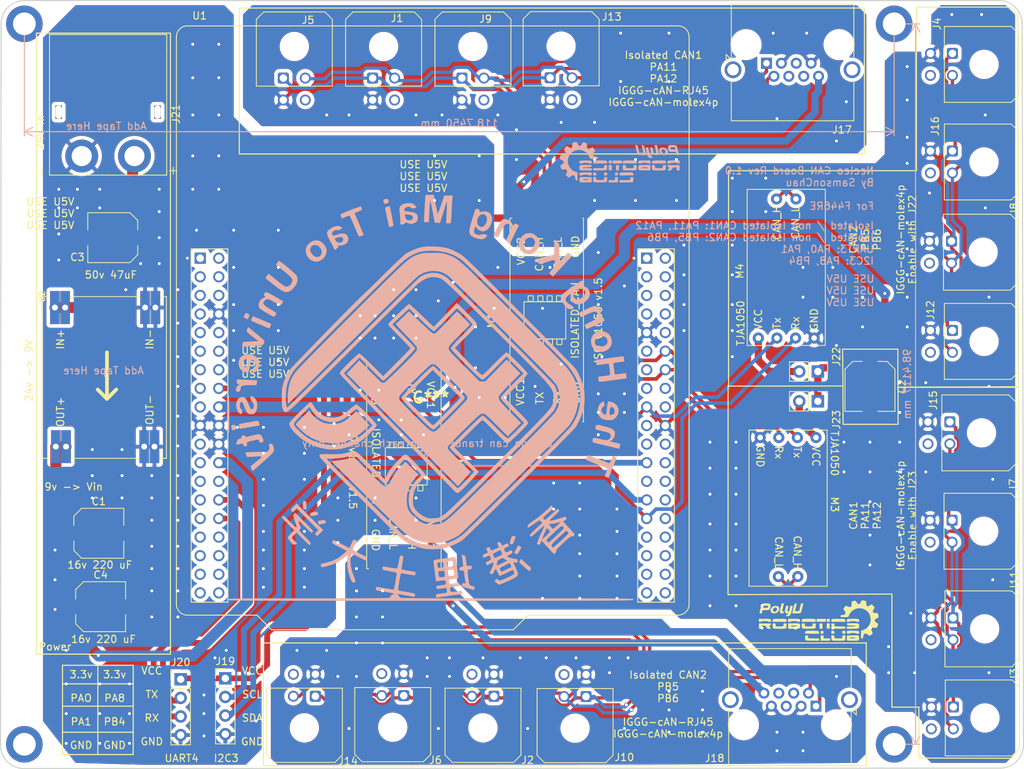
<source format=kicad_pcb>
(kicad_pcb (version 20211014) (generator pcbnew)
  (layers (0 "F.Cu" signal) (31 "B.Cu" signal) (34 "B.Paste" user) (35 "F.Paste" user) (36 "B.SilkS" user "B.Silkscreen") (37 "F.SilkS" user "F.Silkscreen") (38 "B.Mask" user) (39 "F.Mask" user) (44 "Edge.Cuts" user))
  (net 0 "")
  (net 1 "/ISO-CAN1+")
  (net 2 "/ISO-CAN1-")
  (net 3 "GND1")
  (net 5 "/ISO-CAN2+")
  (net 6 "/ISO-CAN2-")
  (net 7 "GND2")
  (net 9 "/CAN1+")
  (net 10 "/CAN1-")
  (net 11 "GND")
  (net 13 "/CAN2+")
  (net 14 "/CAN2-")
  (net 31 "<NO NET>")
  (net 35 "+3V3")
  (net 36 "/PA8")
  (net 37 "/PB4")
  (net 38 "/PA0")
  (net 39 "/PA1")
  (net 40 "+5V")
  (net 41 "/PA12")
  (net 42 "/PA11")
  (net 43 "/PB6")
  (net 44 "/PB5")
  (net 60 "VCC")
  (net 74 "/PB8")
  (net 76 "/PB9")
  (net 96 "+24V")
  (net 98 "Net-(M3-Pad1)")
  (net 99 "Net-(M4-Pad1)")
  (footprint "Connector_PinHeader_2.54mm:PinHeader_1x04_P2.54mm_Vertical" (layer "F.Cu") (at 154.765 107.691)
    (fp_text reference "J20")
    (fp_text value "UART4")
  )
  (footprint "PolyuRobotics:TJA1050_CAN_Module" (layer "F.Cu") (at 237.696 51.928 90)
    (fp_text reference "M4")
    (fp_text value "TJA1050_Module")
  )
  (footprint "Connector_Molex:Molex_Micro-Fit_3.0_43045-0400_2x02_P3.00mm_Horizontal" (layer "F.Cu") (at 260.13 35.521 -90)
    (fp_text reference "J16")
    (fp_text value "CAN2")
  )
  (footprint "Connector_Molex:Molex_Micro-Fit_3.0_43045-0400_2x02_P3.00mm_Horizontal" (layer "F.Cu") (at 173.156 110.006 180)
    (fp_text reference "J14")
    (fp_text value "ISOCAN2")
  )
  (footprint "Connector_Molex:Molex_Micro-Fit_3.0_43045-0400_2x02_P3.00mm_Horizontal" (layer "F.Cu") (at 260.257 111.467 -90)
    (fp_text reference "J3")
    (fp_text value "CAN1")
  )
  (footprint "Connector_PinHeader_2.54mm:PinHeader_1x02_P2.54mm_Vertical" (layer "F.Cu") (at 241.76 65.644 -90)
    (fp_text reference "J22")
    (fp_text value "enable")
  )
  (footprint "Capacitor_SMD:C_Elec_6.3x7.7" (layer "F.Cu") (at 248.872 67.676 -90)
    (fp_text reference "C2")
    (fp_text value "16v 220uF")
  )
  (footprint "Connector_RJ:RJ45_Amphenol_RJHSE5380" (layer "F.Cu") (at 234.7456 23.5288)
    (fp_text reference "J17")
    (fp_text value "RJ45")
  )
  (footprint "Connector_Molex:Molex_Micro-Fit_3.0_43045-0400_2x02_P3.00mm_Horizontal" (layer "F.Cu") (at 260.13 22.186 -90)
    (fp_text reference "J4")
    (fp_text value "CAN2")
  )
  (footprint "Connector_Molex:Molex_Micro-Fit_3.0_43045-0400_2x02_P3.00mm_Horizontal" (layer "F.Cu") (at 168.783 25.559)
    (fp_text reference "J5")
    (fp_text value "ISOCAN1")
  )
  (footprint "PolyuRobotics:Isolated-Can-Transceiver-Module-ISO1050-Module" (layer "F.Cu") (at 204.803 58.659 90)
    (fp_text reference "M1")
    (fp_text value "Isolated-Can-Transceiver-Module-ISO1050-Module")
  )
  (footprint "Capacitor_SMD:C_Elec_6.3x7.7" (layer "F.Cu") (at 145.494 47.356 180)
    (fp_text reference "C3")
    (fp_text value "50v 47uF")
  )
  (footprint "Connector_Molex:Molex_Micro-Fit_3.0_43045-0400_2x02_P3.00mm_Horizontal" (layer "F.Cu") (at 260.003 47.84 -90)
    (fp_text reference "J8")
    (fp_text value "CAN2")
  )
  (footprint "PolyuRobotics:DC-DC-mp1584_module" (layer "F.Cu") (at 135.81625 55.406 -90)
    (fp_text reference "U2")
    (fp_text value "MP1584")
  )
  (footprint "Connector_Molex:Molex_Micro-Fit_3.0_43045-0400_2x02_P3.00mm_Horizontal" (layer "F.Cu") (at 260.13 60.032 -90)
    (fp_text reference "J12")
    (fp_text value "CAN2")
  )
  (footprint "Connector_Molex:Molex_Micro-Fit_3.0_43045-0400_2x02_P3.00mm_Horizontal" (layer "F.Cu") (at 185.221 109.922 180)
    (fp_text reference "J6")
    (fp_text value "ISOCAN2")
  )
  (footprint "Connector_Molex:Molex_Micro-Fit_3.0_43045-0400_2x02_P3.00mm_Horizontal" (layer "F.Cu") (at 193.167 25.559)
    (fp_text reference "J9")
    (fp_text value "ISOCAN1")
  )
  (footprint "PolyuRobotics:NUCLEO-F446RE" (layer "F.Cu") (at 189.182 59.675)
    (fp_text reference "U1")
    (fp_text value "NUCLEO-F446RE")
  )
  (footprint "Connector_PinHeader_2.54mm:PinHeader_1x02_P2.54mm_Vertical" (layer "F.Cu") (at 241.76 69.708 -90)
    (fp_text reference "J23")
    (fp_text value "enable")
  )
  (footprint "Connector_Molex:Molex_Micro-Fit_3.0_43045-0400_2x02_P3.00mm_Horizontal" (layer "F.Cu") (at 210.113 110.049 180)
    (fp_text reference "J10")
    (fp_text value "ISOCAN2")
  )
  (footprint "PolyuRobotics:TJA1050_CAN_Module" (layer "F.Cu") (at 237.442 83.805 -90)
    (fp_text reference "M3")
    (fp_text value "TJA1050_Module")
  )
  (footprint "Capacitor_SMD:C_Elec_6.3x7.7" (layer "F.Cu") (at 143.843 97.775)
    (fp_text reference "C4")
    (fp_text value "16v 220uF")
  )
  (footprint "Connector_Molex:Molex_Micro-Fit_3.0_43045-0400_2x02_P3.00mm_Horizontal" (layer "F.Cu") (at 197.54 110.006 180)
    (fp_text reference "J2")
    (fp_text value "ISOCAN2")
  )
  (footprint "Connector_Molex:Molex_Micro-Fit_3.0_43045-0400_2x02_P3.00mm_Horizontal" (layer "F.Cu") (at 205.208 25.514)
    (fp_text reference "J13")
    (fp_text value "ISOCAN1")
  )
  (footprint "Connector_PinHeader_2.54mm:PinHeader_1x04_P2.54mm_Vertical" (layer "F.Cu") (at 160.861 107.564)
    (fp_text reference "J19")
    (fp_text value "I2C3")
  )
  (footprint "Connector_Molex:Molex_Micro-Fit_3.0_43045-0400_2x02_P3.00mm_Horizontal" (layer "F.Cu") (at 260.085 85.964 -90)
    (fp_text reference "J7")
    (fp_text value "CAN1")
  )
  (footprint "Connector_RJ:RJ45_Amphenol_RJHSE5380" (layer "F.Cu") (at 241.506 111.364 180)
    (fp_text reference "J18")
    (fp_text value "RJ45")
  )
  (footprint "PolyuRobotics:XT60PW-M20" (layer "F.Cu") (at 144.859 30.211 90)
    (fp_text reference "J21")
    (fp_text value "xt60 male")
  )
  (footprint "Connector_Molex:Molex_Micro-Fit_3.0_43045-0400_2x02_P3.00mm_Horizontal" (layer "F.Cu") (at 180.975 25.559)
    (fp_text reference "J1")
    (fp_text value "ISOCAN1")
  )
  (footprint "Connector_Molex:Molex_Micro-Fit_3.0_43045-0400_2x02_P3.00mm_Horizontal" (layer "F.Cu") (at 260.212 99.299 -90)
    (fp_text reference "J11")
    (fp_text value "CAN1")
  )
  (footprint "Connector_Molex:Molex_Micro-Fit_3.0_43045-0400_2x02_P3.00mm_Horizontal" (layer "F.Cu") (at 259.786 72.526 -90)
    (fp_text reference "J15")
    (fp_text value "CAN1")
  )
  (footprint "PolyuRobotics:Club_logo" (layer "F.Cu") (at 242.014 99.934)
    (fp_text reference "G***" hide)
    (fp_text value "LOGO" hide)
  )
  (footprint "PolyuRobotics:Isolated-Can-Transceiver-Module-ISO1050-Module" (layer "F.Cu") (at 185.245 78.598 -90)
    (fp_text reference "M2")
    (fp_text value "Isolated-Can-Transceiver-Module-ISO1050-Module")
  )
  (footprint "Capacitor_SMD:C_Elec_6.3x7.7" (layer "F.Cu") (at 143.589 87.742)
    (fp_text reference "C1")
    (fp_text value "16v220uF")
  )
  (footprint "PolyuRobotics:BullyU_logo" (layer "B.Cu") (at 188.928 69.2 180)
    (fp_text reference "G***")
    (fp_text value "LOGO" hide)
  )
  (footprint "PolyuRobotics:Club_logo" (layer "B.Cu") (at 214.582 37.323 180)
    (fp_text reference "G***" hide)
    (fp_text value "LOGO" hide)
  )
  (gr_line (start 267.922 15.86) (end 269.065 17.003) (layer "F.SilkS") (width 0.15))
  (gr_line (start 138.636 108.316) (end 148.288 108.316) (layer "F.SilkS") (width 0.15))
  (gr_line (start 251.8692 111.491) (end 255.5522 111.491) (layer "F.SilkS") (width 0.15))
  (gr_line (start 148.288 105.776) (end 148.288 117.968) (layer "F.SilkS") (width 0.15))
  (gr_line (start 251.8692 96.0478) (end 251.8692 111.491) (layer "F.SilkS") (width 0.15))
  (gr_line (start 267.922 15.86) (end 257.127 15.86) (layer "F.SilkS") (width 0.15))
  (gr_line (start 255.222 38.212) (end 229.568 38.212) (layer "F.SilkS") (width 0.15))
  (gr_line (start 135.08 104.252) (end 135.08 19.416) (layer "F.SilkS") (width 0.15))
  (gr_line (start 252.682 62.596) (end 252.682 66.533) (layer "F.SilkS") (width 0.15))
  (gr_line (start 269.287 117.152) (end 268.176 118.476) (layer "F.SilkS") (width 0.15))
  (gr_line (start 245.2017 72.8576) (end 245.189 67.549) (layer "F.SilkS") (width 0.15))
  (gr_line (start 229.568 38.212) (end 229.568 67.6379) (layer "F.SilkS") (width 0.15))
  (gr_line (start 153.368 104.252) (end 135.08 104.252) (layer "F.SilkS") (width 0.15))
  (gr_line (start 153.368 19.416) (end 153.368 102.728) (layer "F.SilkS") (width 0.15))
  (gr_line (start 166.068 102.728) (end 166.068 119.492) (layer "F.SilkS") (width 0.15))
  (gr_line (start 255.5522 111.491) (end 255.5522 118.4506) (layer "F.SilkS") (width 0.15))
  (gr_line (start 138.636 105.776) (end 148.288 105.776) (layer "F.SilkS") (width 0.15))
  (gr_line (start 138.636 106.284) (end 138.636 105.776) (layer "F.SilkS") (width 0.15))
  (gr_line (start 252.682 66.533) (end 252.682 67.93) (layer "F.SilkS") (width 0.15))
  (gr_line (start 229.4918 96.124) (end 251.8692 96.0478) (layer "F.SilkS") (width 0.15))
  (gr_line (start 153.368 102.728) (end 153.368 104.252) (layer "F.SilkS") (width 0.15))
  (gr_line (start 166.068 119.492) (end 248.364 119.492) (layer "F.SilkS") (width 0.15))
  (gr_line (start 248.364 119.492) (end 248.364 102.728) (layer "F.SilkS") (width 0.15))
  (gr_line (start 143.462 105.776) (end 143.462 117.968) (layer "F.SilkS") (width 0.15))
  (gr_rect (start 162.766 15.987) (end 248.11 35.926) (layer "F.SilkS") (width 0.15) (fill none))
  (gr_line (start 252.7074 72.8576) (end 245.2017 72.8576) (layer "F.SilkS") (width 0.15))
  (gr_line (start 268.938 67.803) (end 269.192 67.803) (layer "F.SilkS") (width 0.15))
  (gr_line (start 135.08 19.416) (end 153.368 19.416) (layer "F.SilkS") (width 0.15))
  (gr_line (start 252.7074 67.7776) (end 252.7074 71.105) (layer "F.SilkS") (width 0.15))
  (gr_line (start 138.636 111.364) (end 148.288 111.364) (layer "F.SilkS") (width 0.15))
  (gr_line (start 252.682 67.803) (end 269.1158 67.803) (layer "F.SilkS") (width 0.15))
  (gr_line (start 229.5045 67.6379) (end 245.189 67.6252) (layer "F.SilkS") (width 0.15))
  (gr_line (start 269.1158 67.7522) (end 269.065 17.003) (layer "F.SilkS") (width 0.15))
  (gr_line (start 148.288 117.968) (end 138.636 117.968) (layer "F.SilkS") (width 0.15))
  (gr_line (start 229.5045 67.6379) (end 229.4918 96.124) (layer "F.SilkS") (width 0.15))
  (gr_line (start 257.127 15.86) (end 255.222 15.86) (layer "F.SilkS") (width 0.15))
  (gr_line (start 255.222 15.86) (end 255.222 38.212) (layer "F.SilkS") (width 0.15))
  (gr_line (start 138.636 117.968) (end 138.636 106.284) (layer "F.SilkS") (width 0.15))
  (gr_line (start 248.364 102.728) (end 166.068 102.728) (layer "F.SilkS") (width 0.15))
  (gr_line (start 245.1382 62.596) (end 252.682 62.596) (layer "F.SilkS") (width 0.15))
  (gr_line (start 148.288 114.92) (end 138.636 114.92) (layer "F.SilkS") (width 0.15))
  (gr_line (start 252.7074 71.105) (end 252.7074 72.502) (layer "F.SilkS") (width 0.15))
  (gr_line (start 255.5522 118.4506) (end 268.176 118.476) (layer "F.SilkS") (width 0.15))
  (gr_line (start 245.189 67.6252) (end 245.1382 62.596) (layer "F.SilkS") (width 0.15))
  (gr_line (start 269.287 117.152) (end 269.192 67.7268) (layer "F.SilkS") (width 0.15))
  (gr_line (start 269.192 67.7268) (end 252.7074 67.7776) (layer "F.SilkS") (width 0.15))
  (gr_line (start 252.7074 72.502) (end 252.7074 72.8576) (layer "F.SilkS") (width 0.15))
  (gr_line (start 166.068 102.728) (end 166.068 103.109) (layer "F.SilkS") (width 0.15))
  (gr_arc (start 133.4546 119.877149) (mid 131.143 118.984) (end 130.176375 116.702149) (layer "Edge.Cuts") (width 0.15))
  (gr_arc (start 269.831149 116.5454) (mid 268.938 118.857) (end 266.656149 119.823625) (layer "Edge.Cuts") (width 0.15))
  (gr_line (start 266.3724 14.971) (end 133.429 14.969375) (layer "Edge.Cuts") (width 0.15))
  (gr_line (start 269.650625 18.014852) (end 269.831149 116.5454) (layer "Edge.Cuts") (width 0.15))
  (gr_arc (start 130.254 18.2476) (mid 131.147149 15.936) (end 133.429 14.969375) (layer "Edge.Cuts") (width 0.15))
  (gr_line (start 130.176375 116.702149) (end 130.254 18.2476) (layer "Edge.Cuts") (width 0.15))
  (gr_line (start 266.656149 119.823625) (end 133.4546 119.877149) (layer "Edge.Cuts") (width 0.15))
  (gr_arc (start 266.3724 14.966851) (mid 268.684 15.86) (end 269.650625 18.141851) (layer "Edge.Cuts") (width 0.15))
  (gr_text "Use on can tranceiver on each channel only" (at 188.4708 75.4484) (layer "B.SilkS") (effects (font (size 1 1)) (justify mirror)))
  (gr_text "Necleo CAN Board Rev 1.0 \nBy SamsonChau\n\nFor F446RE" (at 249.507 40.625) (layer "B.SilkS") (effects (font (size 1 1)) (justify left mirror)))
  (gr_text "USE U5V\nUSE U5V\nUSE U5V" (at 246.205 54.595) (layer "B.SilkS") (effects (font (size 1 1)) (justify mirror)))
  (gr_text "Add Tape Here" (at 144.224 65.517) (layer "B.SilkS") (effects (font (size 1 1)) (justify mirror)))
  (gr_text "Isolated / non Isolated CAN1: PA11, PA12 \nIsolated / non Isolated CAN2: PB5, PB6\nUART3: PA0, PA1\nI2C3: PA8, PB4\n" (at 249.507 48.118) (layer "B.SilkS") (effects (font (size 1 1)) (justify left mirror)))
  (gr_text "Add Tape Here" (at 144.605 32.116) (layer "B.SilkS") (effects (font (size 1 1)) (justify mirror)))
  (gr_text "16v 220 uF" (at 143.716 92.06) (layer "F.SilkS") (effects (font (size 1 1))))
  (gr_text "TJA1050" (at 231.219 59.04 90) (layer "F.SilkS") (effects (font (size 1 1))))
  (gr_text "I2C3\n" (at 160.988 118.476) (layer "F.SilkS") (effects (font (size 1 1))))
  (gr_text "VCC\n\nTX\n\nRX\n\nGND\n" (at 150.828 111.364) (layer "F.SilkS") (effects (font (size 1 1))))
  (gr_text "TJA1050" (at 244.046 76.82 270) (layer "F.SilkS") (effects (font (size 1 1))))
  (gr_text "CAN2\nPB5\nPB6\n\nIGGG-cAN-molex4p\nEnable with J22" (at 250.65 47.61 90) (layer "F.SilkS") (effects (font (size 1 1))))
  (gr_text "USE U5V\nUSE U5V\nUSE U5V" (at 187.912 38.974) (layer "F.SilkS") (effects (font (size 1 1))))
  (gr_text "9v -> Vin" (at 140.16 81.392) (layer "F.SilkS") (effects (font (size 1 1))))
  (gr_text "UART4" (at 154.892 118.476) (layer "F.SilkS") (effects (font (size 1 1))))
  (gr_text "USE U5V\nUSE U5V\nUSE U5V" (at 136.985 44.054) (layer "F.SilkS") (effects (font (size 1 1))))
  (gr_text "50v 47uF" (at 145.24 52.436) (layer "F.SilkS") (effects (font (size 1 1))))
  (gr_text "3.3v\n\nPA8\n\nPB4\n\nGND\n" (at 145.748 111.872) (layer "F.SilkS") (effects (font (size 1 1))))
  (gr_text "24v in " (at 135.588 32.624 90) (layer "F.SilkS") (effects (font (size 1 1))))
  (gr_text "VCC\n\nSCL\n\nSDA\n\nGND" (at 164.544 111.364) (layer "F.SilkS") (effects (font (size 1 1))))
  (gr_text "Isolated CAN2\nPB5\nPB6\n\nIGGG-cAN-RJ45\nIGGG-cAN-molex4p" (at 221.313 111.11) (layer "F.SilkS") (effects (font (size 1 1))))
  (gr_text "3.3v\n\nPAO\n\nPA1\n\nGND" (at 141.176 111.872) (layer "F.SilkS") (effects (font (size 1 1))))
  (gr_text "24v -> 9V " (at 134.064 65.136 90) (layer "F.SilkS") (effects (font (size 1 1))))
  (gr_text "Power" (at 137.62 103.236) (layer "F.SilkS") (effects (font (size 1 1))))
  (gr_text "USE U5V\nUSE U5V\nUSE U5V" (at 166.322 64.374) (layer "F.SilkS") (effects (font (size 1 1))))
  (gr_text "CAN1\nPA11\nPA12\n\nIGGG-cAN-molex4p\nEnable with J23" (at 250.65 85.329 90) (layer "F.SilkS") (effects (font (size 1 1))))
  (gr_text "16v 220 uF" (at 144.224 102.22) (layer "F.SilkS") (effects (font (size 1 1))))
  (gr_text "Isolated CAN1\nPA11\nPA12\nIGGG-cAN-RJ45\nIGGG-cAN-molex4p" (at 220.678 25.639) (layer "F.SilkS") (effects (font (size 1 1))))
  (dimension (type aligned) (layer "B.SilkS") (pts (xy 252.174 18.159274) (xy 252.174 116.571)) (height -2.921) (gr_text "98.4117 mm" (at 253.945 67.365137 90) (layer "B.SilkS") (effects (font (size 1 1) (thickness 0.15)) (justify mirror))) (format (units 3) (units_format 1) (precision 4)) (style (thickness 0.15) (arrow_length 1.27) (text_position_mode 0) (extension_height 0.58642) (extension_offset 0.5) keep_text_aligned))
  (dimension (type aligned) (layer "B.SilkS") (pts (xy 252.174 18.146) (xy 133.429 18.146)) (height -14.732) (gr_text "118.7450 mm" (at 192.8015 31.728) (layer "B.SilkS") (effects (font (size 1 1) (thickness 0.15)) (justify mirror))) (format (units 3) (units_format 1) (precision 4)) (style (thickness 0.15) (arrow_length 1.27) (text_position_mode 0) (extension_height 0.58642) (extension_offset 0.5) keep_text_aligned))
  (via (at 252.174 116.571) (size 5) (drill 3.1) (layers "F.Cu" "B.Cu") (net 0))
  (via (at 133.429 116.571) (size 5) (drill 3.1) (layers "F.Cu" "B.Cu") (net 0))
  (via (at 252.174 18.146) (size 5) (drill 3.1) (layers "F.Cu" "B.Cu") (net 0))
  (via (at 133.429 18.146) (size 5) (drill 3.1) (layers "F.Cu" "B.Cu") (net 0))
  (segment (start 232.300314 29.83) (end 214.582 29.83) (width 0.45) (layer "F.Cu") (net 1))
  (segment (start 208.994 24.242) (end 206.48 24.242) (width 0.45) (layer "F.Cu") (net 1))
  (segment (start 203.533 44.689) (end 204.403 43.819) (width 0.45) (layer "F.Cu") (net 1))
  (segment (start 202.752 31.476686) (end 198.395314 27.12) (width 0.45) (layer "F.Cu") (net 1))
  (segment (start 233.9368 28.193514) (end 232.300314 29.83) (width 0.45) (layer "F.Cu") (net 1))
  (segment (start 214.582 29.83) (end 208.994 24.242) (width 0.45) (layer "F.Cu") (net 1))
  (segment (start 204.403 43.819) (end 204.403 36.726686) (width 0.45) (layer "F.Cu") (net 1))
  (segment (start 202.752 35.075686) (end 204.403 36.726686) (width 0.45) (layer "F.Cu") (net 1))
  (segment (start 234.7456 24.66379) (end 233.9368 25.47259) (width 0.45) (layer "F.Cu") (net 1))
  (segment (start 234.7456 23.5288) (end 234.7456 24.66379) (width 0.45) (layer "F.Cu") (net 1))
  (segment (start 206.48 24.242) (end 205.208 25.514) (width 0.45) (layer "F.Cu") (net 1))
  (segment (start 233.9368 25.47259) (end 233.9368 28.193514) (width 0.45) (layer "F.Cu") (net 1))
  (segment (start 202.752 31.476686) (end 202.752 35.075686) (width 0.45) (layer "F.Cu") (net 1))
  (segment (start 194.728 27.12) (end 193.167 25.559) (width 0.45) (layer "F.Cu") (net 1))
  (segment (start 198.395314 27.12) (end 194.728 27.12) (width 0.45) (layer "F.Cu") (net 1))
  (segment (start 172.863823 26.866) (end 170.09 26.866) (width 0.45) (layer "B.Cu") (net 1))
  (segment (start 175.687686 25.559) (end 174.795441 26.451245) (width 0.45) (layer "B.Cu") (net 1))
  (segment (start 174.761686 26.485) (end 173.244823 26.485) (width 0.45) (layer "B.Cu") (net 1))
  (segment (start 194.601 26.993) (end 197.344256 26.993) (width 0.45) (layer "B.Cu") (net 1))
  (segment (start 184.574272 26.866) (end 183.34 26.866) (width 0.45) (layer "B.Cu") (net 1))
  (segment (start 200.269686 26.631) (end 201.386686 25.514) (width 0.45) (layer "B.Cu") (net 1))
  (segment (start 183.34 26.866) (end 182.033 25.559) (width 0.45) (layer "B.Cu") (net 1))
  (segment (start 201.386686 25.514) (end 205.208 25.514) (width 0.45) (layer "B.Cu") (net 1))
  (segment (start 193.167 25.559) (end 194.601 26.993) (width 0.45) (layer "B.Cu") (net 1))
  (segment (start 189.403686 25.559) (end 188.259414 26.703272) (width 0.45) (layer "B.Cu") (net 1))
  (segment (start 174.795441 26.451245) (end 174.761686 26.485) (width 0.45) (layer "B.Cu") (net 1))
  (segment (start 182.033 25.559) (end 180.975 25.559) (width 0.45) (layer "B.Cu") (net 1))
  (segment (start 197.344256 26.993) (end 197.706256 26.631) (width 0.45) (layer "B.Cu") (net 1))
  (segment (start 193.167 25.559) (end 189.403686 25.559) (width 0.45) (layer "B.Cu") (net 1))
  (segment (start 197.706256 26.631) (end 200.269686 26.631) (width 0.45) (layer "B.Cu") (net 1))
  (segment (start 188.259414 26.703272) (end 184.737 26.703272) (width 0.45) (layer "B.Cu") (net 1))
  (segment (start 184.737 26.703272) (end 184.574272 26.866) (width 0.45) (layer "B.Cu") (net 1))
  (segment (start 173.244823 26.485) (end 172.863823 26.866) (width 0.45) (layer "B.Cu") (net 1))
  (segment (start 180.975 25.559) (end 175.687686 25.559) (width 0.45) (layer "B.Cu") (net 1))
  (segment (start 170.09 26.866) (end 168.783 25.559) (width 0.45) (layer "B.Cu") (net 1))
  (segment (start 175.113843 26.132843) (end 174.795441 26.451245) (width 0.45) (layer "B.Cu") (net 1))
  (segment (start 234.8512 25.768886) (end 234.8512 28.410486) (width 0.45) (layer "F.Cu") (net 2))
  (segment (start 235.311286 25.3088) (end 234.8512 25.768886) (width 0.45) (layer "F.Cu") (net 2))
  (segment (start 203.552 34.744314) (end 205.203 36.395314) (width 0.45) (layer "F.Cu") (net 2))
  (segment (start 205.203 43.819) (end 205.203 36.395314) (width 0.45) (layer "F.Cu") (net 2))
  (segment (start 203.552 31.145314) (end 197.965686 25.559) (width 0.45) (layer "F.Cu") (net 2))
  (segment (start 214.312959 30.479519) (end 209.34744 25.514) (width 0.45) (layer "F.Cu") (net 2))
  (segment (start 203.552 31.145314) (end 203.552 34.744314) (width 0.45) (layer "F.Cu") (net 2))
  (segment (start 234.8512 28.410486) (end 231.785167 31.476519) (width 0.45) (layer "F.Cu") (net 2))
  (segment (start 235.7616 25.3088) (end 235.311286 25.3088) (width 0.45) (layer "F.Cu") (net 2))
  (segment (start 197.965686 25.559) (end 196.167 25.559) (width 0.45) (layer "F.Cu") (net 2))
  (segment (start 206.073 44.689) (end 205.203 43.819) (width 0.45) (layer "F.Cu") (net 2))
  (segment (start 209.34744 25.514) (end 208.208 25.514) (width 0.45) (layer "F.Cu") (net 2))
  (segment (start 231.785167 31.476519) (end 219.881959 31.476519) (width 0.45) (layer "F.Cu") (net 2))
  (segment (start 218.88496 30.47952) (end 214.312959 30.479519) (width 0.45) (layer "F.Cu") (net 2))
  (segment (start 219.881959 31.476519) (end 218.88496 30.47952) (width 0.45) (layer "F.Cu") (net 2))
  (segment (start 197.434256 25.559) (end 196.167 25.559) (width 0.45) (layer "B.Cu") (net 2))
  (segment (start 180.038 24.199) (end 179.478 24.759) (width 0.45) (layer "B.Cu") (net 2))
  (segment (start 199.85 25.85) (end 197.725256 25.85) (width 0.45) (layer "B.Cu") (net 2))
  (segment (start 196.167 25.559) (end 195.495 25.559) (width 0.45) (layer "B.Cu") (net 2))
  (segment (start 192.23 24.072) (end 191.543 24.759) (width 0.45) (layer "B.Cu") (net 2))
  (segment (start 204.295 24.072) (end 203.66 24.707) (width 0.45) (layer "B.Cu") (net 2))
  (segment (start 183.975 25.559) (end 182.615 24.199) (width 0.45) (layer "B.Cu") (net 2))
  (segment (start 200.993 24.707) (end 199.85 25.85) (width 0.45) (layer "B.Cu") (net 2))
  (segment (start 203.66 24.707) (end 200.993 24.707) (width 0.45) (layer "B.Cu") (net 2))
  (segment (start 174.464069 25.651245) (end 171.875245 25.651245) (width 0.45) (layer "B.Cu") (net 2))
  (segment (start 179.478 24.759) (end 175.356314 24.759) (width 0.45) (layer "B.Cu") (net 2))
  (segment (start 171.875245 25.651245) (end 171.783 25.559) (width 0.45) (layer "B.Cu") (net 2))
  (segment (start 194.008 24.072) (end 192.23 24.072) (width 0.45) (layer "B.Cu") (net 2))
  (segment (start 195.495 25.559) (end 194.008 24.072) (width 0.45) (layer "B.Cu") (net 2))
  (segment (start 182.615 24.199) (end 180.038 24.199) (width 0.45) (layer "B.Cu") (net 2))
  (segment (start 174.548157 25.567157) (end 174.464069 25.651245) (width 0.45) (layer "B.Cu") (net 2))
  (segment (start 189.072314 24.759) (end 187.928042 25.903272) (width 0.45) (layer "B.Cu") (net 2))
  (segment (start 184.319272 25.903272) (end 183.975 25.559) (width 0.45) (layer "B.Cu") (net 2))
  (segment (start 191.543 24.759) (end 189.072314 24.759) (width 0.45) (layer "B.Cu") (net 2))
  (segment (start 187.928042 25.903272) (end 184.319272 25.903272) (width 0.45) (layer "B.Cu") (net 2))
  (segment (start 197.725256 25.85) (end 197.434256 25.559) (width 0.45) (layer "B.Cu") (net 2))
  (segment (start 175.356314 24.759) (end 174.464069 25.651245) (width 0.45) (layer "B.Cu") (net 2))
  (segment (start 208.208 25.514) (end 206.766 24.072) (width 0.45) (layer "B.Cu") (net 2))
  (segment (start 206.766 24.072) (end 204.295 24.072) (width 0.45) (layer "B.Cu") (net 2))
  (via (at 214.836 26.02) (size 0.6) (drill 0.4) (layers "F.Cu" "B.Cu") (net 3))
  (via (at 222.456 36.688) (size 0.6) (drill 0.4) (layers "F.Cu" "B.Cu") (net 3))
  (via (at 211.28 36.688) (size 0.6) (drill 0.4) (layers "F.Cu" "B.Cu") (net 3))
  (via (at 244.3 34.148) (size 0.6) (drill 0.4) (layers "F.Cu" "B.Cu") (net 3))
  (via (at 211.28 31.608) (size 0.6) (drill 0.4) (layers "F.Cu" "B.Cu") (net 3))
  (via (at 245.6462 28.7886) (size 0.6) (drill 0.4) (layers "F.Cu" "B.Cu") (net 3))
  (via (at 211.28 42.276) (size 0.6) (drill 0.4) (layers "F.Cu" "B.Cu") (net 3))
  (via (at 240.236 19.416) (size 0.6) (drill 0.4) (layers "F.Cu" "B.Cu") (net 3))
  (via (at 174.704 30.592) (size 0.6) (drill 0.4) (layers "F.Cu" "B.Cu") (net 3))
  (via (at 198.072 30.592) (size 0.6) (drill 0.4) (layers "F.Cu" "B.Cu") (net 3))
  (via (at 236.172 31.1) (size 0.6) (drill 0.4) (layers "F.Cu" "B.Cu") (net 3))
  (via (at 221.44 19.416) (size 0.6) (drill 0.4) (layers "F.Cu" "B.Cu") (net 3))
  (via (at 221.44 26.02) (size 0.6) (drill 0.4) (layers "F.Cu" "B.Cu") (net 3))
  (via (at 222.456 42.276) (size 0.6) (drill 0.4) (layers "F.Cu" "B.Cu") (net 3))
  (via (at 206.708 31.608) (size 0.6) (drill 0.4) (layers "F.Cu" "B.Cu") (net 3))
  (via (at 214.836 19.416) (size 0.6) (drill 0.4) (layers "F.Cu" "B.Cu") (net 3))
  (via (at 216.868 42.276) (size 0.6) (drill 0.4) (layers "F.Cu" "B.Cu") (net 3))
  (via (at 177.752 30.592) (size 0.6) (drill 0.4) (layers "F.Cu" "B.Cu") (net 3))
  (via (at 235.664 19.416) (size 0.6) (drill 0.4) (layers "F.Cu" "B.Cu") (net 3))
  (via (at 216.868 36.688) (size 0.6) (drill 0.4) (layers "F.Cu" "B.Cu") (net 3))
  (via (at 186.896 30.592) (size 0.6) (drill 0.4) (layers "F.Cu" "B.Cu") (net 3))
  (via (at 190.452 30.592) (size 0.6) (drill 0.4) (layers "F.Cu" "B.Cu") (net 3))
  (via (at 200.612 32.624) (size 0.6) (drill 0.4) (layers "F.Cu" "B.Cu") (net 3))
  (via (at 200.612 36.688) (size 0.6) (drill 0.4) (layers "F.Cu" "B.Cu") (net 3))
  (segment (start 218.792 106.449686) (end 215.010393 110.231293) (width 0.45) (layer "F.Cu") (net 5))
  (segment (start 181.734501 111.096511) (end 181.046489 110.408499) (width 0.45) (layer "F.Cu") (net 5))
  (segment (start 215.724445 111.179869) (end 220.258314 106.646) (width 0.45) (layer "F.Cu") (net 5))
  (segment (start 186.515 92.568) (end 185.645 93.438) (width 0.45) (layer "F.Cu") (net 5))
  (segment (start 196.20101 110.006) (end 195.975717 110.231293) (width 0.45) (layer "F.Cu") (net 5))
  (segment (start 185.221 109.922) (end 185.835 109.922) (width 0.45) (layer "F.Cu") (net 5))
  (segment (start 215.618379 111.179869) (end 215.724445 111.179869) (width 0.45) (layer "F.Cu") (net 5))
  (segment (start 207.599499 111.223511) (end 206.626501 111.223511) (width 0.45) (layer "F.Cu") (net 5))
  (segment (start 185.835 109.922) (end 186.144293 110.231293) (width 0.45) (layer "F.Cu") (net 5))
  (segment (start 216.779686 100.55) (end 218.792 102.562314) (width 0.45) (layer "F.Cu") (net 5))
  (segment (start 193.104283 110.231293) (end 186.144293 110.231293) (width 0.45) (layer "F.Cu") (net 5))
  (segment (start 185.645 93.438) (end 185.645 96.593314) (width 0.45) (layer "F.Cu") (net 5))
  (segment (start 185.645 96.593314) (end 189.601686 100.55) (width 0.45) (layer "F.Cu") (net 5))
  (segment (start 174.389167 110.408499) (end 173.986668 110.006) (width 0.45) (layer "F.Cu") (net 5))
  (segment (start 195.975717 110.231293) (end 195.026499 111.180511) (width 0.45) (layer "F.Cu") (net 5))
  (segment (start 206.626501 111.223511) (end 205.634283 110.231293) (width 0.45) (layer "F.Cu") (net 5))
  (segment (start 181.046489 110.408499) (end 174.389167 110.408499) (width 0.45) (layer "F.Cu") (net 5))
  (segment (start 205.634283 110.231293) (end 195.975717 110.231293) (width 0.45) (layer "F.Cu") (net 5))
  (segment (start 173.986668 110.006) (end 173.156 110.006) (width 0.45) (layer "F.Cu") (net 5))
  (segment (start 183.572717 110.231293) (end 182.707499 111.096511) (width 0.45) (layer "F.Cu") (net 5))
  (segment (start 208.591717 110.231293) (end 207.599499 111.223511) (width 0.45) (layer "F.Cu") (net 5))
  (segment (start 242.014 108.471126) (end 242.014 110.856) (width 0.45) (layer "F.Cu") (net 5))
  (segment (start 218.792 102.562314) (end 218.792 106.449686) (width 0.45) (layer "F.Cu") (net 5))
  (segment (start 215.010393 110.231293) (end 208.591717 110.231293) (width 0.45) (layer "F.Cu") (net 5))
  (segment (start 197.54 110.006) (end 196.20101 110.006) (width 0.45) (layer "F.Cu") (net 5))
  (segment (start 195.026499 111.180511) (end 194.053501 111.180511) (width 0.45) (layer "F.Cu") (net 5))
  (segment (start 242.014 110.856) (end 241.506 111.364) (width 0.45) (layer "F.Cu") (net 5))
  (segment (start 220.258314 106.646) (end 240.188874 106.646) (width 0.45) (layer "F.Cu") (net 5))
  (segment (start 194.053501 111.180511) (end 193.104283 110.231293) (width 0.45) (layer "F.Cu") (net 5))
  (segment (start 186.144293 110.231293) (end 183.572717 110.231293) (width 0.45) (layer "F.Cu") (net 5))
  (segment (start 240.188874 106.646) (end 242.014 108.471126) (width 0.45) (layer "F.Cu") (net 5))
  (segment (start 189.601686 100.55) (end 216.779686 100.55) (width 0.45) (layer "F.Cu") (net 5))
  (segment (start 182.707499 111.096511) (end 181.734501 111.096511) (width 0.45) (layer "F.Cu") (net 5))
  (via (at 215.618379 111.179869) (size 0.6) (drill 0.4) (layers "F.Cu" "B.Cu") (net 5))
  (segment (start 212.658 111.472) (end 211.235 110.049) (width 0.45) (layer "B.Cu") (net 5))
  (segment (start 211.235 110.049) (end 210.113 110.049) (width 0.45) (layer "B.Cu") (net 5))
  (segment (start 215.618379 111.285935) (end 215.432314 111.472) (width 0.45) (layer "B.Cu") (net 5))
  (segment (start 215.618379 111.179869) (end 215.618379 111.285935) (width 0.45) (layer "B.Cu") (net 5))
  (segment (start 215.432314 111.472) (end 212.658 111.472) (width 0.45) (layer "B.Cu") (net 5))
  (segment (start 220.589686 107.446) (end 240.070314 107.446) (width 0.45) (layer "F.Cu") (net 6))
  (segment (start 173.934957 108.57) (end 172.418 108.57) (width 0.45) (layer "F.Cu") (net 6))
  (segment (start 172.418 108.57) (end 170.982 110.006) (width 0.45) (layer "F.Cu") (net 6))
  (segment (start 217.992 102.893686) (end 217.992 106.118314) (width 0.45) (layer "F.Cu") (net 6))
  (segment (start 187.145773 109.581773) (end 186.134 108.57) (width 0.45) (layer "F.Cu") (net 6))
  (segment (start 186.134 108.57) (end 184.315451 108.57) (width 0.45) (layer "F.Cu") (net 6))
  (segment (start 195.28245 110.006) (end 193.79755 110.006) (width 0.45) (layer "F.Cu") (net 6))
  (segment (start 193.79755 110.006) (end 193.373322 109.581773) (width 0.45) (layer "F.Cu") (net 6))
  (segment (start 199.45773 109.581773) (end 198.445957 108.57) (width 0.45) (layer "F.Cu") (net 6))
  (segment (start 193.373322 109.581773) (end 187.145773 109.581773) (width 0.45) (layer "F.Cu") (net 6))
  (segment (start 175.123936 109.758979) (end 173.934957 108.57) (width 0.45) (layer "F.Cu") (net 6))
  (segment (start 182.963451 109.922) (end 181.47855 109.922) (width 0.45) (layer "F.Cu") (net 6))
  (segment (start 240.070314 107.446) (end 240.706 108.081686) (width 0.45) (layer "F.Cu") (net 6))
  (segment (start 184.845 96.924686) (end 189.270314 101.35) (width 0.45) (layer "F.Cu") (net 6))
  (segment (start 181.47855 109.922) (end 181.315528 109.758979) (width 0.45) (layer "F.Cu") (net 6))
  (segment (start 189.270314 101.35) (end 216.448314 101.35) (width 0.45) (layer "F.Cu") (net 6))
  (segment (start 211.887293 109.431293) (end 211.026 108.57) (width 0.45) (layer "F.Cu") (net 6))
  (segment (start 183.975 92.568) (end 184.845 93.438) (width 0.45) (layer "F.Cu") (net 6))
  (segment (start 214.679021 109.431293) (end 211.887293 109.431293) (width 0.45) (layer "F.Cu") (net 6))
  (segment (start 240.706 108.081686) (end 240.706 109.368) (width 0.45) (layer "F.Cu") (net 6))
  (segment (start 198.445957 108.57) (end 196.71845 108.57) (width 0.45) (layer "F.Cu") (net 6))
  (segment (start 240.706 109.368) (end 240.49 109.584) (width 0.45) (layer "F.Cu") (net 6))
  (segment (start 216.448314 101.35) (end 217.992 102.893686) (width 0.45) (layer "F.Cu") (net 6))
  (segment (start 217.992 106.118314) (end 214.679021 109.431293) (width 0.45) (layer "F.Cu") (net 6))
  (segment (start 206.645773 109.581773) (end 199.45773 109.581773) (width 0.45) (layer "F.Cu") (net 6))
  (segment (start 216.290131 111.745555) (end 220.589686 107.446) (width 0.45) (layer "F.Cu") (net 6))
  (segment (start 184.315451 108.57) (end 182.963451 109.922) (width 0.45) (layer "F.Cu") (net 6))
  (segment (start 211.026 108.57) (end 209.301 108.57) (width 0.45) (layer "F.Cu") (net 6))
  (segment (start 216.290131 111.851621) (end 216.290131 111.745555) (width 0.45) (layer "F.Cu") (net 6))
  (segment (start 181.315528 109.758979) (end 175.123936 109.758979) (width 0.45) (layer "F.Cu") (net 6))
  (segment (start 209.301 108.57) (end 207.822 110.049) (width 0.45) (layer "F.Cu") (net 6))
  (segment (start 184.845 93.438) (end 184.845 96.924686) (width 0.45) (layer "F.Cu") (net 6))
  (segment (start 196.71845 108.57) (end 195.28245 110.006) (width 0.45) (layer "F.Cu") (net 6))
  (segment (start 170.982 110.006) (end 170.156 110.006) (width 0.45) (layer "F.Cu") (net 6))
  (segment (start 207.822 110.049) (end 207.113 110.049) (width 0.45) (layer "F.Cu") (net 6))
  (segment (start 207.113 110.049) (end 206.645773 109.581773) (width 0.45) (layer "F.Cu") (net 6))
  (via (at 216.290131 111.851621) (size 0.6) (drill 0.4) (layers "F.Cu" "B.Cu") (net 6))
  (segment (start 216.290131 111.851621) (end 216.184065 111.851621) (width 0.45) (layer "B.Cu") (net 6))
  (segment (start 212.442 112.272) (end 211.534 111.364) (width 0.45) (layer "B.Cu") (net 6))
  (segment (start 211.534 111.364) (end 208.428 111.364) (width 0.45) (layer "B.Cu") (net 6))
  (segment (start 216.184065 111.851621) (end 215.763686 112.272) (width 0.45) (layer "B.Cu") (net 6))
  (segment (start 215.763686 112.272) (end 212.442 112.272) (width 0.45) (layer "B.Cu") (net 6))
  (segment (start 208.428 111.364) (end 207.113 110.049) (width 0.45) (layer "B.Cu") (net 6))
  (via (at 208.74 104.76) (size 0.6) (drill 0.4) (layers "F.Cu" "B.Cu") (net 7))
  (via (at 221.44 109.332) (size 0.6) (drill 0.4) (layers "F.Cu" "B.Cu") (net 7))
  (via (at 189.944 114.412) (size 0.6) (drill 0.4) (layers "F.Cu" "B.Cu") (net 7))
  (via (at 215.852 104.76) (size 0.6) (drill 0.4) (layers "F.Cu" "B.Cu") (net 7))
  (via (at 213.312 104.76) (size 0.6) (drill 0.4) (layers "F.Cu" "B.Cu") (net 7))
  (via (at 178.768 95.616) (size 0.6) (drill 0.4) (layers "F.Cu" "B.Cu") (net 7))
  (via (at 176.228 107.3) (size 0.6) (drill 0.4) (layers "F.Cu" "B.Cu") (net 7))
  (via (at 191.468 104.76) (size 0.6) (drill 0.4) (layers "F.Cu" "B.Cu") (net 7))
  (via (at 204.676 104.76) (size 0.6) (drill 0.4) (layers "F.Cu" "B.Cu") (net 7))
  (via (at 213.312 106.792) (size 0.6) (drill 0.4) (layers "F.Cu" "B.Cu") (net 7))
  (via (at 239.728 117.46) (size 0.6) (drill 0.4) (layers "F.Cu" "B.Cu") (net 7))
  (via (at 177.752 114.412) (size 0.6) (drill 0.4) (layers "F.Cu" "B.Cu") (net 7))
  (via (at 188.42 104.76) (size 0.6) (drill 0.4) (layers "F.Cu" "B.Cu") (net 7))
  (via (at 191.468 107.3) (size 0.6) (drill 0.4) (layers "F.Cu" "B.Cu") (net 7))
  (via (at 236.172 117.46) (size 0.6) (drill 0.4) (layers "F.Cu" "B.Cu") (net 7))
  (via (at 188.42 107.3) (size 0.6) (drill 0.4) (layers "F.Cu" "B.Cu") (net 7))
  (via (at 202.136 114.412) (size 0.6) (drill 0.4) (layers "F.Cu" "B.Cu") (net 7))
  (via (at 178.768 102.728) (size 0.6) (drill 0.4) (layers "F.Cu" "B.Cu") (net 7))
  (via (at 244.3 107.3) (size 0.6) (drill 0.4) (layers "F.Cu" "B.Cu") (net 7))
  (via (at 221.44 114.92) (size 0.6) (drill 0.4) (layers "F.Cu" "B.Cu") (net 7))
  (via (at 196.04 104.76) (size 0.6) (drill 0.4) (layers "F.Cu" "B.Cu") (net 7))
  (via (at 226.012 114.92) (size 0.6) (drill 0.4) (layers "F.Cu" "B.Cu") (net 7))
  (via (at 178.768 99.172) (size 0.6) (drill 0.4) (layers "F.Cu" "B.Cu") (net 7))
  (via (at 178.768 107.3) (size 0.6) (drill 0.4) (layers "F.Cu" "B.Cu") (net 7))
  (via (at 215.344 114.412) (size 0.6) (drill 0.4) (layers "F.Cu" "B.Cu") (net 7))
  (via (at 236.172 114.92) (size 0.6) (drill 0.4) (layers "F.Cu" "B.Cu") (net 7))
  (via (at 170.64 103.744) (size 0.6) (drill 0.4) (layers "F.Cu" "B.Cu") (net 7))
  (via (at 182.324 99.172) (size 0.6) (drill 0.4) (layers "F.Cu" "B.Cu") (net 7))
  (via (at 178.768 92.568) (size 0.6) (drill 0.4) (layers "F.Cu" "B.Cu") (net 7))
  (via (at 239.728 114.92) (size 0.6) (drill 0.4) (layers "F.Cu" "B.Cu") (net 7))
  (via (at 182.324 102.728) (size 0.6) (drill 0.4) (layers "F.Cu" "B.Cu") (net 7))
  (via (at 221.44 111.872) (size 0.6) (drill 0.4) (layers "F.Cu" "B.Cu") (net 7))
  (via (at 201.12 104.76) (size 0.6) (drill 0.4) (layers "F.Cu" "B.Cu") (net 7))
  (via (at 182.324 95.616) (size 0.6) (drill 0.4) (layers "F.Cu" "B.Cu") (net 7))
  (via (at 174.704 103.744) (size 0.6) (drill 0.4) (layers "F.Cu" "B.Cu") (net 7))
  (via (at 226.012 109.332) (size 0.6) (drill 0.4) (layers "F.Cu" "B.Cu") (net 7))
  (via (at 226.012 111.872) (size 0.6) (drill 0.4) (layers "F.Cu" "B.Cu") (net 7))
  (segment (start 260.212 99.299) (end 260.212 97.198314) (width 0.45) (layer "F.Cu") (net 9))
  (segment (start 238.096 95.958314) (end 238.096 94.581) (width 0.45) (layer "F.Cu") (net 9))
  (segment (start 260.586 76.38701) (end 260.586 81.117686) (width 0.45) (layer "F.Cu") (net 9))
  (segment (start 261.012 107.615686) (end 260.257 108.370686) (width 0.45) (layer "F.Cu") (net 9))
  (segment (start 261.012 100.099) (end 261.012 101.43799) (width 0.45) (layer "F.Cu") (net 9))
  (segment (start 259.616113 82.087573) (end 259.616113 85.495113) (width 0.45) (layer "F.Cu") (net 9))
  (segment (start 261.012 103.16001) (end 261.012 107.615686) (width 0.45) (layer "F.Cu") (net 9))
  (segment (start 238.096 94.581) (end 239.0168 93.6602) (width 0.45) (layer "F.Cu") (net 9))
  (segment (start 261.386511 102.785499) (end 261.012 103.16001) (width 0.45) (layer "F.Cu") (net 9))
  (segment (start 260.586 74.66499) (end 260.960511 75.039501) (width 0.45) (layer "F.Cu") (net 9))
  (segment (start 260.586 81.117686) (end 259.616113 82.087573) (width 0.45) (layer "F.Cu") (net 9))
  (segment (start 250.484314 96.74) (end 238.877686 96.74) (width 0.45) (layer "F.Cu") (net 9))
  (segment (start 260.960511 75.039501) (end 260.960511 76.012499) (width 0.45) (layer "F.Cu") (net 9))
  (segment (start 261.386511 101.812501) (end 261.386511 102.785499) (width 0.45) (layer "F.Cu") (net 9))
  (segment (start 260.212 99.299) (end 261.012 100.099) (width 0.45) (layer "F.Cu") (net 9))
  (segment (start 238.877686 96.74) (end 238.096 95.958314) (width 0.45) (layer "F.Cu") (net 9))
  (segment (start 253.024314 94.2) (end 250.484314 96.74) (width 0.45) (layer "F.Cu") (net 9))
  (segment (start 259.616113 85.495113) (end 260.085 85.964) (width 0.45) (layer "F.Cu") (net 9))
  (segment (start 261.012 101.43799) (end 261.386511 101.812501) (width 0.45) (layer "F.Cu") (net 9))
  (segment (start 260.586 73.326) (end 260.586 74.66499) (width 0.45) (layer "F.Cu") (net 9))
  (segment (start 260.960511 76.012499) (end 260.586 76.38701) (width 0.45) (layer "F.Cu") (net 9))
  (segment (start 257.213686 94.2) (end 253.024314 94.2) (width 0.45) (layer "F.Cu") (net 9))
  (segment (start 260.257 108.370686) (end 260.257 111.467) (width 0.45) (layer "F.Cu") (net 9))
  (segment (start 260.212 97.198314) (end 257.213686 94.2) (width 0.45) (layer "F.Cu") (net 9))
  (segment (start 259.786 72.526) (end 260.586 73.326) (width 0.45) (layer "F.Cu") (net 9))
  (segment (start 260.085 86.881995) (end 261.572 88.368995) (width 0.45) (layer "B.Cu") (net 9))
  (segment (start 260.085 85.964) (end 260.085 86.881995) (width 0.45) (layer "B.Cu") (net 9))
  (segment (start 260.73452 90.269485) (end 260.734519 97.324041) (width 0.45) (layer "B.Cu") (net 9))
  (segment (start 260.734519 97.324041) (end 260.212 97.84656) (width 0.45) (layer "B.Cu") (net 9))
  (segment (start 261.572 88.368995) (end 261.572 89.432005) (width 0.45) (layer "B.Cu") (net 9))
  (segment (start 260.212 97.84656) (end 260.212 99.299) (width 0.45) (layer "B.Cu") (net 9))
  (segment (start 261.572 89.432005) (end 260.73452 90.269485) (width 0.45) (layer "B.Cu") (net 9))
  (segment (start 256.882314 95) (end 253.355686 95) (width 0.45) (layer "F.Cu") (net 10))
  (segment (start 238.546314 97.54) (end 237.296 96.289686) (width 0.45) (layer "F.Cu") (net 10))
  (segment (start 259.457 113.667) (end 260.257 114.467) (width 0.45) (layer "F.Cu") (net 10))
  (segment (start 259.412 101.499) (end 259.412 100.452914) (width 0.45) (layer "F.Cu") (net 10))
  (segment (start 259.412 100.452914) (end 259.03748 100.078394) (width 0.45) (layer "F.Cu") (net 10))
  (segment (start 259.08248 110.687606) (end 259.08248 112.246394) (width 0.45) (layer "F.Cu") (net 10))
  (segment (start 258.778 81.794314) (end 258.778 87.657) (width 0.45) (layer "F.Cu") (net 10))
  (segment (start 237.296 94.581) (end 236.3752 93.6602) (width 0.45) (layer "F.Cu") (net 10))
  (segment (start 259.03748 100.078394) (end 259.03748 98.519606) (width 0.45) (layer "F.Cu") (net 10))
  (segment (start 237.296 96.289686) (end 237.296 94.581) (width 0.45) (layer "F.Cu") (net 10))
  (segment (start 253.355686 95) (end 250.815686 97.54) (width 0.45) (layer "F.Cu") (net 10))
  (segment (start 258.778 87.657) (end 260.085 88.964) (width 0.45) (layer "F.Cu") (net 10))
  (segment (start 259.412 97.529686) (end 256.882314 95) (width 0.45) (layer "F.Cu") (net 10))
  (segment (start 259.457 112.620914) (end 259.457 113.667) (width 0.45) (layer "F.Cu") (net 10))
  (segment (start 260.212 102.299) (end 259.412 101.499) (width 0.45) (layer "F.Cu") (net 10))
  (segment (start 259.457 110.313086) (end 259.08248 110.687606) (width 0.45) (layer "F.Cu") (net 10))
  (segment (start 259.412 98.145086) (end 259.412 97.529686) (width 0.45) (layer "F.Cu") (net 10))
  (segment (start 250.815686 97.54) (end 238.546314 97.54) (width 0.45) (layer "F.Cu") (net 10))
  (segment (start 260.212 107.284314) (end 259.457 108.039314) (width 0.45) (layer "F.Cu") (net 10))
  (segment (start 260.212 102.299) (end 260.212 107.284314) (width 0.45) (layer "F.Cu") (net 10))
  (segment (start 259.786 75.526) (end 259.786 80.786314) (width 0.45) (layer "F.Cu") (net 10))
  (segment (start 259.457 108.039314) (end 259.457 110.313086) (width 0.45) (layer "F.Cu") (net 10))
  (segment (start 259.03748 98.519606) (end 259.412 98.145086) (width 0.45) (layer "F.Cu") (net 10))
  (segment (start 259.08248 112.246394) (end 259.457 112.620914) (width 0.45) (layer "F.Cu") (net 10))
  (segment (start 259.786 80.786314) (end 258.778 81.794314) (width 0.45) (layer "F.Cu") (net 10))
  (segment (start 260.085 88.964) (end 260.085 97.055) (width 0.45) (layer "B.Cu") (net 10))
  (segment (start 260.085 97.055) (end 258.778 98.362) (width 0.45) (layer "B.Cu") (net 10))
  (segment (start 258.778 98.362) (end 258.778 100.865) (width 0.45) (layer "B.Cu") (net 10))
  (segment (start 258.778 100.865) (end 260.212 102.299) (width 0.45) (layer "B.Cu") (net 10))
  (via (at 247.856 55.484) (size 0.6) (drill 0.4) (layers "F.Cu" "B.Cu") (net 11))
  (via (at 189.436 42.276) (size 0.6) (drill 0.4) (layers "F.Cu" "B.Cu") (net 11))
  (via (at 195.532 42.276) (size 0.6) (drill 0.4) (layers "F.Cu" "B.Cu") (net 11))
  (via (at 166.068 80.376) (size 0.6) (drill 0.4) (layers "F.Cu" "B.Cu") (net 11))
  (via (at 157.94 112.38) (size 0.6) (drill 0.4) (layers "F.Cu" "B.Cu") (net 11))
  (via (at 227.028 97.648) (size 0.6) (drill 0.4) (layers "F.Cu" "B.Cu") (net 11))
  (via (at 166.068 92.568) (size 0.6) (drill 0.4) (layers "F.Cu" "B.Cu") (net 11))
  (via (at 175.72 72.756) (size 0.6) (drill 0.4) (layers "F.Cu" "B.Cu") (net 11))
  (via (at 199.088 69.2) (size 0.6) (drill 0.4) (layers "F.Cu" "B.Cu") (net 11))
  (via (at 239.728 51.42) (size 0.6) (drill 0.4) (layers "F.Cu" "B.Cu") (net 11))
  (via (at 238.712 100.696) (size 0.6) (drill 0.4) (layers "F.Cu" "B.Cu") (net 11))
  (via (at 171.656 76.82) (size 0.6) (drill 0.4) (layers "F.Cu" "B.Cu") (net 11))
  (via (at 184.864 74.28) (size 0.6) (drill 0.4) (layers "F.Cu" "B.Cu") (net 11))
  (via (at 184.864 72.248) (size 0.6) (drill 0.4) (layers "F.Cu" "B.Cu") (net 11))
  (via (at 186.896 82.916) (size 0.6) (drill 0.4) (layers "F.Cu" "B.Cu") (net 11))
  (via (at 156.416 36.18) (size 0.6) (drill 0.4) (layers "F.Cu" "B.Cu") (net 11))
  (via (at 252.936 75.296) (size 0.6) (drill 0.4) (layers "F.Cu" "B.Cu") (net 11))
  (via (at 253.952 59.548) (size 0.6) (drill 0.4) (layers "F.Cu" "B.Cu") (net 11))
  (via (at 143.716 112.38) (size 0.6) (drill 0.4) (layers "F.Cu" "B.Cu") (net 11))
  (via (at 171.656 92.568) (size 0.6) (drill 0.4) (layers "F.Cu" "B.Cu") (net 11))
  (via (at 252.936 92.06) (size 0.6) (drill 0.4) (layers "F.Cu" "B.Cu") (net 11))
  (via (at 151.844 40.752) (size 0.6) (drill 0.4) (layers "F.Cu" "B.Cu") (net 11))
  (via (at 209.248 87.996) (size 0.6) (drill 0.4) (layers "F.Cu" "B.Cu") (net 11))
  (via (at 166.068 87.488) (size 0.6) (drill 0.4) (layers "F.Cu" "B.Cu") (net 11))
  (via (at 149.304 50.912) (size 0.6) (drill 0.4) (layers "F.Cu" "B.Cu") (net 11))
  (via (at 166.068 76.82) (size 0.6) (drill 0.4) (layers "F.Cu" "B.Cu") (net 11))
  (via (at 189.436 36.18) (size 0.6) (drill 0.4) (layers "F.Cu" "B.Cu") (net 11))
  (via (at 230.076 48.372) (size 0.6) (drill 0.4) (layers "F.Cu" "B.Cu") (net 11))
  (via (at 212.296 63.612) (size 0.6) (drill 0.4) (layers "F.Cu" "B.Cu") (net 11))
  (via (at 181.308 58.024) (size 0.6) (drill 0.4) (layers "F.Cu" "B.Cu") (net 11))
  (via (at 215.344 71.232) (size 0.6) (drill 0.4) (layers "F.Cu" "B.Cu") (net 11))
  (via (at 162.004 64.12) (size 0.6) (drill 0.4) (layers "F.Cu" "B.Cu") (net 11))
  (via (at 166.068 95.108) (size 0.6) (drill 0.4) (layers "F.Cu" "B.Cu") (net 11))
  (via (at 253.952 28.56) (size 0.6) (drill 0.4) (layers "F.Cu" "B.Cu") (net 11))
  (via (at 211.788 56.5) (size 0.6) (drill 0.4) (layers "F.Cu" "B.Cu") (net 11))
  (via (at 162.004 56.5) (size 0.6) (drill 0.4) (layers "F.Cu" "B.Cu") (net 11))
  (via (at 183.848 58.024) (size 0.6) (drill 0.4) (layers "F.Cu" "B.Cu") (net 11))
  (via (at 150.828 92.568) (size 0.6) (drill 0.4) (layers "F.Cu" "B.Cu") (net 11))
  (via (at 181.816 72.248) (size 0.6) (drill 0.4) (layers "F.Cu" "B.Cu") (net 11))
  (via (at 253.952 33.64) (size 0.6) (drill 0.4) (layers "F.Cu" "B.Cu") (net 11))
  (via (at 227.028 93.584) (size 0.6) (drill 0.4) (layers "F.Cu" "B.Cu") (net 11))
  (via (at 156.416 30.592) (size 0.6) (drill 0.4) (layers "F.Cu" "B.Cu") (net 11))
  (via (at 147.78 112.38) (size 0.6) (drill 0.4) (layers "F.Cu" "B.Cu") (net 11))
  (via (at 162.004 51.42) (size 0.6) (drill 0.4) (layers "F.Cu" "B.Cu") (net 11))
  (via (at 154.384 95.616) (size 0.6) (drill 0.4) (layers "F.Cu" "B.Cu") (net 11))
  (via (at 205.184 51.42) (size 0.6) (drill 0.4) (layers "F.Cu" "B.Cu") (net 11))
  (via (at 147.78 108.316) (size 0.6) (drill 0.4) (layers "F.Cu" "B.Cu") (net 11))
  (via (at 195.024 59.548) (size 0.6) (drill 0.4) (layers "F.Cu" "B.Cu") (net 11))
  (via (at 154.384 59.04) (size 0.6) (drill 0.4) (layers "F.Cu" "B.Cu") (net 11))
  (via (at 183.848 61.072) (size 0.6) (drill 0.4) (layers "F.Cu" "B.Cu") (net 11))
  (via (at 186.896 85.964) (size 0.6) (drill 0.4) (layers "F.Cu" "B.Cu") (net 11))
  (via (at 260.048 16.876) (size 0.6) (drill 0.4) (layers "F.Cu" "B.Cu") (net 11))
  (via (at 159.972 20.94) (size 0.6) (drill 0.4) (layers "F.Cu" "B.Cu") (net 11))
  (via (at 143.716 43.292) (size 0.6) (drill 0.4) (layers "F.Cu" "B.Cu") (net 11))
  (via (at 181.308 61.072) (size 0.6) (drill 0.4) (layers "F.Cu" "B.Cu") (net 11))
  (via (at 265.128 55.484) (size 0.6) (drill 0.4) (layers "F.Cu" "B.Cu") (net 11))
  (via (at 197.564 57.008) (size 0.6) (drill 0.4) (layers "F.Cu" "B.Cu") (net 11))
  (via (at 156.924 46.34) (size 0.6) (drill 0.4) (layers "F.Cu" "B.Cu") (net 11))
  (via (at 223.472 52.436) (size 0.6) (drill 0.4) (layers "F.Cu" "B.Cu") (net 11))
  (via (at 171.656 95.108) (size 0.6) (drill 0.4) (layers "F.Cu" "B.Cu") (net 11))
  (via (at 138.128 40.752) (size 0.6) (drill 0.4) (layers "F.Cu" "B.Cu") (net 11))
  (via (at 183.848 54.468) (size 0.6) (drill 0.4) (layers "F.Cu" "B.Cu") (net 11))
  (via (at 157.94 115.428) (size 0.6) (drill 0.4) (layers "F.Cu" "B.Cu") (net 11))
  (via (at 230.584 93.584) (size 0.6) (drill 0.4) (layers "F.Cu" "B.Cu") (net 11))
  (via (at 168.1 46.34) (size 0.6) (drill 0.4) (layers "F.Cu" "B.Cu") (net 11))
  (via (at 205.692 80.884) (size 0.6) (drill 0.4) (layers "F.Cu" "B.Cu") (net 11))
  (via (at 195.024 65.136) (size 0.6) (drill 0.4) (layers "F.Cu" "B.Cu") (net 11))
  (via (at 248.872 75.296) (size 0.6) (drill 0.4) (layers "F.Cu" "B.Cu") (net 11))
  (via (at 195.532 36.18) (size 0.6) (drill 0.4) (layers "F.Cu" "B.Cu") (net 11))
  (via (at 187.912 74.28) (size 0.6) (drill 0.4) (layers "F.Cu" "B.Cu") (net 11))
  (via (at 211.788 68.692) (size 0.6) (drill 0.4) (layers "F.Cu" "B.Cu") (net 11))
  (via (at 248.872 87.996) (size 0.6) (drill 0.4) (layers "F.Cu" "B.Cu") (net 11))
  (via (at 156.416 40.752) (size 0.6) (drill 0.4) (layers "F.Cu" "B.Cu") (net 11))
  (via (at 239.728 55.484) (size 0.6) (drill 0.4) (layers "F.Cu" "B.Cu") (net 11))
  (via (at 137.62 90.028) (size 0.6) (drill 0.4) (layers "F.Cu" "B.Cu") (net 11))
  (via (at 253.952 48.88) (size 0.6) (drill 0.4) (layers "F.Cu" "B.Cu") (net 11))
  (via (at 198.072 51.42) (size 0.6) (drill 0.4) (layers "F.Cu" "B.Cu") (net 11))
  (via (at 160.988 103.744) (size 0.6) (drill 0.4) (layers "F.Cu" "B.Cu") (net 11))
  (via (at 142.7 76.312) (size 0.6) (drill 0.4) (layers "F.Cu" "B.Cu") (net 11))
  (via (at 223.472 48.372) (size 0.6) (drill 0.4) (layers "F.Cu" "B.Cu") (net 11))
  (via (at 186.896 54.468) (size 0.6) (drill 0.4) (layers "F.Cu" "B.Cu") (net 11))
  (via (at 209.248 96.632) (size 0.6) (drill 0.4) (layers "F.Cu" "B.Cu") (net 11))
  (via (at 230.584 90.028) (size 0.6) (drill 0.4) (layers "F.Cu" "B.Cu") (net 11))
  (via (at 265.636 80.376) (size 0.6) (drill 0.4) (layers "F.Cu" "B.Cu") (net 11))
  (via (at 230.584 86.472) (size 0.6) (drill 0.4) (layers "F.Cu" "B.Cu") (net 11))
  (via (at 254.46 98.664) (size 0.6) (drill 0.4) (layers "F.Cu" "B.Cu") (net 11))
  (via (at 230.584 97.648) (size 0.6) (drill 0.4) (layers "F.Cu" "B.Cu") (net 11))
  (via (at 138.128 46.848) (size 0.6) (drill 0.4) (layers "F.Cu" "B.Cu") (net 11))
  (via (at 214.328 90.536) (size 0.6) (drill 0.4) (layers "F.Cu" "B.Cu") (net 11))
  (via (at 142.7 79.868) (size 0.6) (drill 0.4) (layers "F.Cu" "B.Cu") (net 11))
  (via (at 151.844 47.356) (size 0.6) (drill 0.4) (layers "F.Cu" "B.Cu") (net 11))
  (via (at 176.228 85.964) (size 0.6) (drill 0.4) (layers "F.Cu" "B.Cu") (net 11))
  (via (at 156.416 25.512) (size 0.6) (drill 0.4) (layers "F.Cu" "B.Cu") (net 11))
  (via (at 209.248 80.884) (size 0.6) (drill 0.4) (layers "F.Cu" "B.Cu") (net 11))
  (via (at 234.14 97.648) (size 0.6) (drill 0.4) (layers "F.Cu" "B.Cu") (net 11))
  (via (at 140.668 40.752) (size 0.6) (drill 0.4) (layers "F.Cu" "B.Cu") (net 11))
  (via (at 265.128 106.792) (size 0.6) (drill 0.4) (layers "F.Cu" "B.Cu") (net 11))
  (via (at 154.384 85.964) (size 0.6) (drill 0.4) (layers "F.Cu" "B.Cu") (net 11))
  (via (at 162.004 46.34) (size 0.6) (drill 0.4) (layers "F.Cu" "B.Cu") (net 11))
  (via (at 186.896 61.072) (size 0.6) (drill 0.4) (layers "F.Cu" "B.Cu") (net 11))
  (via (at 137.62 94.092) (size 0.6) (drill 0.4) (layers "F.Cu" "B.Cu") (net 11))
  (via (at 252.936 83.424) (size 0.6) (drill 0.4) (layers "F.Cu" "B.Cu") (net 11))
  (via (at 256.492 67.168) (size 0.6) (drill 0.4) (layers "F.Cu" "B.Cu") (net 11))
  (via (at 147.272 54.468) (size 0.6) (drill 0.4) (layers "F.Cu" "B.Cu") (net 11))
  (via (at 204.168 57.008) (size 0.6) (drill 0.4) (layers "F.Cu" "B.Cu") (net 11))
  (via (at 211.788 74.28) (size 0.6) (drill 0.4) (layers "F.Cu" "B.Cu") (net 11))
  (via (at 248.872 79.36) (size 0.6) (drill 0.4) (layers "F.Cu" "B.Cu") (net 11))
  (via (at 257 41.26) (size 0.6) (drill 0.4) (layers "F.Cu" "B.Cu") (net 11))
  (via (at 138.128 50.404) (size 0.6) (drill 0.4) (layers "F.Cu" "B.Cu") (net 11))
  (via (at 243.792 51.42) (size 0.6) (drill 0.4) (layers "F.Cu" "B.Cu") (net 11))
  (via (at 159.972 25.512) (size 0.6) (drill 0.4) (layers "F.Cu" "B.Cu") (net 11))
  (via (at 205.692 84.44) (size 0.6) (drill 0.4) (layers "F.Cu" "B.Cu") (net 11))
  (via (at 223.472 56.5) (size 0.6) (drill 0.4) (layers "F.Cu" "B.Cu") (net 11))
  (via (at 150.828 89.52) (size 0.6) (drill 0.4) (layers "F.Cu" "B.Cu") (net 11))
  (via (at 154.384 92.568) (size 0.6) (drill 0.4) (layers "F.Cu" "B.Cu") (net 11))
  (via (at 138.128 43.292) (size 0.6) (drill 0.4) (layers "F.Cu" "B.Cu") (net 11))
  (via (at 265.128 67.676) (size 0.6) (drill 0.4) (layers "F.Cu" "B.Cu") (net 11))
  (via (at 154.384 67.676) (size 0.6) (drill 0.4) (layers "F.Cu" "B.Cu") (net 11))
  (via (at 223.472 60.056) (size 0.6) (drill 0.4) (layers "F.Cu" "B.Cu") (net 11))
  (via (at 146.764 76.312) (size 0.6) (drill 0.4) (layers "F.Cu" "B.Cu") (net 11))
  (via (at 264.62 30.592) (size 0.6) (drill 0.4) (layers "F.Cu" "B.Cu") (net 11))
  (via (at 159.972 40.752) (size 0.6) (drill 0.4) (layers "F.Cu" "B.Cu") (net 11))
  (via (at 162.004 60.056) (size 0.6) (drill 0.4) (layers "F.Cu" "B.Cu") (net 11))
  (via (at 142.7 82.916) (size 0.6) (drill 0.4) (layers "F.Cu" "B.Cu") (net 11))
  (via (at 186.896 58.024) (size 0.6) (drill 0.4) (layers "F.Cu" "B.Cu") (net 11))
  (via (at 204.168 96.632) (size 0.6) (drill 0.4) (layers "F.Cu" "B.Cu") (net 11))
  (via (at 154.384 75.804) (size 0.6) (drill 0.4) (layers "F.Cu" "B.Cu") (net 11))
  (via (at 139.144 112.38) (size 0.6) (drill 0.4) (layers "F.Cu" "B.Cu") (net 11))
  (via (at 150.828 82.916) (size 0.6) (drill 0.4) (layers "F.Cu" "B.Cu") (net 11))
  (via (at 227.028 75.296) (size 0.6) (drill 0.4) (layers "F.Cu" "B.Cu") (net 11))
  (via (at 154.384 99.172) (size 0.6) (drill 0.4) (layers "F.Cu" "B.Cu") (net 11))
  (via (at 151.844 50.912) (size 0.6) (drill 0.4) (layers "F.Cu" "B.Cu") (net 11))
  (via (at 215.344 53.96) (size 0.6) (drill 0.4) (layers "F.Cu" "B.Cu") (net 11))
  (via (at 176.228 89.012) (size 0.6) (drill 0.4) (layers "F.Cu" "B.Cu") (net 11))
  (via (at 154.384 63.612) (size 0.6) (drill 0.4) (layers "F.Cu" "B.Cu") (net 11))
  (via (at 211.788 49.388) (size 0.6) (drill 0.4) (layers "F.Cu" "B.Cu") (net 11))
  (via (at 140.668 43.292) (size 0.6) (drill 0.4) (layers "F.Cu" "B.Cu") (net 11))
  (via (at 139.144 103.744) (size 0.6) (drill 0.4) (layers "F.Cu" "B.Cu") (net 11))
  (via (at 154.384 54.468) (size 0.6) (drill 0.4) (layers "F.Cu" "B.Cu") (net 11))
  (via (at 143.716 116.444) (size 0.6) (drill 0.4) (layers "F.Cu" "B.Cu") (net 11))
  (via (at 234.648 39.228) (size 0.6) (drill 0.4) (layers "F.Cu" "B.Cu") (net 11))
  (via (at 150.828 85.964) (size 0.6) (drill 0.4) (layers "F.Cu" "B.Cu") (net 11))
  (via (at 154.384 79.868) (size 0.6) (drill 0.4) (layers "F.Cu" "B.Cu") (net 11))
  (via (at 191.976 53.452) (size 0.6) (drill 0.4) (layers "F.Cu" "B.Cu") (net 11))
  (via (at 248.872 83.424) (size 0.6) (drill 0.4) (layers "F.Cu" "B.Cu") (net 11))
  (via (at 251.412 103.236) (size 0.6) (drill 0.4) (layers "F.Cu" "B.Cu") (net 11))
  (via (at 256.492 79.36) (size 0.6) (drill 0.4) (layers "F.Cu" "B.Cu") (net 11))
  (via (at 234.648 43.8) (size 0.6) (drill 0.4) (layers "F.Cu" "B.Cu") (net 11))
  (via (at 264.112 16.876) (size 0.6) (drill 0.4) (layers "F.Cu" "B.Cu") (net 11))
  (via (at 179.276 68.184) (size 0.6) (drill 0.4) (layers "F.Cu" "B.Cu") (net 11))
  (via (at 150.828 79.868) (size 0.6) (drill 0.4) (layers "F.Cu" "B.Cu") (net 11))
  (via (at 179.276 61.072) (size 0.6) (drill 0.4) (layers "F.Cu" "B.Cu") (net 11))
  (via (at 157.94 109.84) (size 0.6) (drill 0.4) (layers "F.Cu" "B.Cu") (net 11))
  (via (at 168.1 56.5) (size 0.6) (drill 0.4) (layers "F.Cu" "B.Cu") (net 11))
  (via (at 203.152 67.676) (size 0.6) (drill 0.4) (layers "F.Cu" "B.Cu") (net 11))
  (via (at 211.788 71.232) (size 0.6) (drill 0.4) (layers "F.Cu" "B.Cu") (net 11))
  (via (at 171.656 87.488) (size 0.6) (drill 0.4) (layers "F.Cu" "B.Cu") (net 11))
  (via (at 139.144 116.444) (size 0.6) (drill 0.4) (layers "F.Cu" "B.Cu") (net 11))
  (via (at 209.248 84.44) (size 0.6) (drill 0.4) (layers "F.Cu" "B.Cu") (net 11))
  (via (at 181.308 82.916) (size 0.6) (drill 0.4) (layers "F.Cu" "B.Cu") (net 11))
  (via (at 234.14 100.696) (size 0.6) (drill 0.4) (layers "F.Cu" "B.Cu") (net 11))
  (via (at 166.068 83.932) (size 0.6) (drill 0.4) (layers "F.Cu" "B.Cu") (net 11))
  (via (at 230.076 63.612) (size 0.6) (drill 0.4) (layers "F.Cu" "B.Cu") (net 11))
  (via (at 177.752 74.28) (size 0.6) (drill 0.4) (layers "F.Cu" "B.Cu") (net 11))
  (via (at 227.028 86.472) (size 0.6) (drill 0.4) (layers "F.Cu" "B.Cu") (net 11))
  (via (at 243.792 100.696) (size 0.6) (drill 0.4) (layers "F.Cu" "B.Cu") (net 11))
  (via (at 252.936 87.996) (size 0.6) (drill 0.4) (layers "F.Cu" "B.Cu") (net 11))
  (via (at 214.328 96.632) (size 0.6) (drill 0.4) (layers "F.Cu" "B.Cu") (net 11))
  (via (at 230.076 60.056) (size 0.6) (drill 0.4) (layers "F.Cu" "B.Cu") (net 11))
  (via (at 154.384 71.74) (size 0.6) (drill 0.4) (layers "F.Cu" "B.Cu") (net 11))
  (via (at 181.816 68.184) (size 0.6) (drill 0.4) (layers "F.Cu" "B.Cu") (net 11))
  (via (at 143.716 108.316) (size 0.6) (drill 0.4) (layers "F.Cu" "B.Cu") (net 11))
  (via (at 230.076 52.436) (size 0.6) (drill 0.4) (layers "F.Cu" "B.Cu") (net 11))
  (via (at 206.708 64.628) (size 0.6) (drill 0.4) (layers "F.Cu" "B.Cu") (net 11))
  (via (at 227.028 78.852) (size 0.6) (drill 0.4) (layers "F.Cu" "B.Cu") (net 11))
  (via (at 252.936 79.36) (size 0.6) (drill 0.4) (layers "F.Cu" "B.Cu") (net 11))
  (via (at 209.248 90.536) (size 0.6) (drill 0.4) (layers "F.Cu" "B.Cu") (net 11))
  (via (at 251.412 106.792) (size 0.6) (drill 0.4) (layers "F.Cu" "B.Cu") (net 11))
  (via (at 176.228 82.916) (size 0.6) (drill 0.4) (layers "F.Cu" "B.Cu") (net 11))
  (via (at 227.028 82.408) (size 0.6) (drill 0.4) (layers "F.Cu" "B.Cu") (net 11))
  (via (at 247.856 59.548) (size 0.6) (drill 0.4) (layers "F.Cu" "B.Cu") (net 11))
  (via (at 146.764 79.868) (size 0.6) (drill 0.4) (layers "F.Cu" "B.Cu") (net 11))
  (via (at 214.328 87.488) (size 0.6) (drill 0.4) (layers "F.Cu" "B.Cu") (net 11))
  (via (at 243.792 55.484) (size 0.6) (drill 0.4) (layers "F.Cu" "B.Cu") (net 11))
  (via (at 181.308 85.964) (size 0.6) (drill 0.4) (layers "F.Cu" "B.Cu") (net 11))
  (via (at 230.076 56.5) (size 0.6) (drill 0.4) (layers "F.Cu" "B.Cu") (net 11))
  (via (at 248.872 100.696) (size 0.6) (drill 0.4) (layers "F.Cu" "B.Cu") (net 11))
  (via (at 248.872 92.06) (size 0.6) (drill 0.4) (layers "F.Cu" "B.Cu") (net 11))
  (via (at 137.62 98.156) (size 0.6) (drill 0.4) (layers "F.Cu" "B.Cu") (net 11))
  (via (at 166.068 73.264) (size 0.6) (drill 0.4) (layers "F.Cu" "B.Cu") (net 11))
  (via (at 162.512 73.264) (size 0.6) (drill 0.4) (layers "F.Cu" "B.Cu") (net 11))
  (via (at 252.936 67.168) (size 0.6) (drill 0.4) (layers "F.Cu" "B.Cu") (net 11))
  (via (at 214.328 93.584) (size 0.6) (drill 0.4) (layers "F.Cu" "B.Cu") (net 11))
  (via (at 139.144 108.316) (size 0.6) (drill 0.4) (layers "F.Cu" "B.Cu") (net 11))
  (via (at 143.716 40.752) (size 0.6) (drill 0.4) (layers "F.Cu" "B.Cu") (net 11))
  (via (at 146.764 82.916) (size 0.6) (drill 0.4) (layers "F.Cu" "B.Cu") (net 11))
  (via (at 168.1 64.12) (size 0.6) (drill 0.4) (layers "F.Cu" "B.Cu") (net 11))
  (via (at 159.972 30.592) (size 0.6) (drill 0.4) (layers "F.Cu" "B.Cu") (net 11))
  (via (at 154.384 82.916) (size 0.6) (drill 0.4) (layers "F.Cu" "B.Cu") (net 11))
  (via (at 230.584 78.852) (size 0.6) (drill 0.4) (layers "F.Cu" "B.Cu") (net 11))
  (via (at 166.068 90.028) (size 0.6) (drill 0.4) (layers "F.Cu" "B.Cu") (net 11))
  (via (at 230.584 75.296) (size 0.6) (drill 0.4) (layers "F.Cu" "B.Cu") (net 11))
  (via (at 264.62 43.292) (size 0.6) (drill 0.4) (layers "F.Cu" "B.Cu") (net 11))
  (via (at 171.656 80.376) (size 0.6) (drill 0.4) (layers "F.Cu" "B.Cu") (net 11))
  (via (at 154.384 89.52) (size 0.6) (drill 0.4) (layers "F.Cu" "B.Cu") (net 11))
  (via (at 159.464 104.76) (size 0.6) (drill 0.4) (layers "F.Cu" "B.Cu") (net 11))
  (via (at 168.1 51.42) (size 0.6) (drill 0.4) (layers "F.Cu" "B.Cu") (net 11))
  (via (at 209.248 93.584) (size 0.6) (drill 0.4) (layers "F.Cu" "B.Cu") (net 11))
  (via (at 254.968 106.792) (size 0.6) (drill 0.4) (layers "F.Cu" "B.Cu") (net 11))
  (via (at 253.952 45.324) (size 0.6) (drill 0.4) (layers "F.Cu" "B.Cu") (net 11))
  (via (at 253.952 52.436) (size 0.6) (drill 0.4) (layers "F.Cu" "B.Cu") (net 11))
  (via (at 150.828 95.616) (size 0.6) (drill 0.4) (layers "F.Cu" "B.Cu") (net 11))
  (via (at 215.344 68.692) (size 0.6) (drill 0.4) (layers "F.Cu" "B.Cu") (net 11))
  (via (at 253.952 55.484) (size 0.6) (drill 0.4) (layers "F.Cu" "B.Cu") (net 11))
  (via (at 227.028 90.028) (size 0.6) (drill 0.4) (layers "F.Cu" "B.Cu") (net 11))
  (via (at 230.076 39.228) (size 0.6) (drill 0.4) (layers "F.Cu" "B.Cu") (net 11))
  (via (at 195.532 69.2) (size 0.6) (drill 0.4) (layers "F.Cu" "B.Cu") (net 11))
  (via (at 245.316 75.296) (size 0.6) (drill 0.4) (layers "F.Cu" "B.Cu") (net 11))
  (via (at 175.72 75.804) (size 0.6) (drill 0.4) (layers "F.Cu" "B.Cu") (net 11))
  (via (at 150.828 99.172) (size 0.6) (drill 0.4) (layers "F.Cu" "B.Cu") (net 11))
  (via (at 245.316 79.36) (size 0.6) (drill 0.4) (layers "F.Cu" "B.Cu") (net 11))
  (via (at 265.636 94.092) (size 0.6) (drill 0.4) (layers "F.Cu" "B.Cu") (net 11))
  (via (at 253.952 37.196) (size 0.6) (drill 0.4) (layers "F.Cu" "B.Cu") (net 11))
  (via (at 214.328 84.44) (size 0.6) (drill 0.4) (layers "F.Cu" "B.Cu") (net 11))
  (via (at 159.972 36.18) (size 0.6) (drill 0.4) (layers "F.Cu" "B.Cu") (net 11))
  (via (at 147.78 116.444) (size 0.6) (drill 0.4) (layers "F.Cu" "B.Cu") (net 11))
  (via (at 179.276 58.024) (size 0.6) (drill 0.4) (layers "F.Cu" "B.Cu") (net 11))
  (via (at 168.1 60.056) (size 0.6) (drill 0.4) (layers "F.Cu" "B.Cu") (net 11))
  (via (at 165.052 113.396) (size 0.6) (drill 0.4) (layers "F.Cu" "B.Cu") (net 11))
  (via (at 230.076 43.8) (size 0.6) (drill 0.4) (layers "F.Cu" "B.Cu") (net 11))
  (via (at 253.952 23.988) (size 0.6) (drill 0.4) (layers "F.Cu" "B.Cu") (net 11))
  (via (at 244.3 62.088) (size 0.6) (drill 0.4) (layers "F.Cu" "B.Cu") (net 11))
  (via (at 171.656 90.028) (size 0.6) (drill 0.4) (layers "F.Cu" "B.Cu") (net 11))
  (via (at 171.656 73.264) (size 0.6) (drill 0.4) (layers "F.Cu" "B.Cu") (net 11))
  (via (at 230.584 82.408) (size 0.6) (drill 0.4) (layers "F.Cu" "B.Cu") (net 11))
  (via (at 151.844 43.8) (size 0.6) (drill 0.4) (layers "F.Cu" "B.Cu") (net 11))
  (via (at 189.944 55.992) (size 0.6) (drill 0.4) (layers "F.Cu" "B.Cu") (net 11))
  (via (at 156.416 20.94) (size 0.6) (drill 0.4) (layers "F.Cu" "B.Cu") (net 11))
  (via (at 252.936 71.232) (size 0.6) (drill 0.4) (layers "F.Cu" "B.Cu") (net 11))
  (segment (start 260.803 52.048005) (end 260.803 54.738686) (width 0.45) (layer "F.Cu") (net 13))
  (segment (start 260.13 22.186) (end 259.33 22.986) (width 0.45) (layer "F.Cu") (net 13))
  (segment (start 251.831686 38.574) (end 238.546314 38.574) (width 0.45) (layer "F.Cu") (net 13))
  (segment (start 259.33 24.32499) (end 258.955489 24.699501) (width 0.45) (layer "F.Cu") (net 13))
  (segment (start 259.33 22.986) (end 259.33 24.32499) (width 0.45) (layer "F.Cu") (net 13))
  (segment (start 260.003 47.84) (end 260.003 46.745314) (width 0.45) (layer "F.Cu") (net 13))
  (segment (start 258.955489 24.699501) (end 258.955489 25.672499) (width 0.45) (layer "F.Cu") (net 13))
  (segment (start 260.003 48.787) (end 261.318 50.102) (width 0.45) (layer "F.Cu") (net 13))
  (segment (start 237.042 40.078314) (end 237.042 41.152) (width 0.45) (layer "F.Cu") (net 13))
  (segment (start 259.432 59.334) (end 260.13 60.032) (width 0.45) (layer "F.Cu") (net 13))
  (segment (start 237.042 41.152) (end 236.1212 42.0728) (width 0.45) (layer "F.Cu") (net 13))
  (segment (start 260.803 54.738686) (end 259.432 56.109686) (width 0.45) (layer "F.Cu") (net 13))
  (segment (start 259.33 29.375686) (end 260.509955 30.555641) (width 0.45) (layer "F.Cu") (net 13))
  (segment (start 260.509955 30.555641) (end 260.509955 35.141045) (width 0.45) (layer "F.Cu") (net 13))
  (segment (start 259.33 26.04701) (end 259.33 29.375686) (width 0.45) (layer "F.Cu") (net 13))
  (segment (start 260.003 47.84) (end 260.003 48.787) (width 0.45) (layer "F.Cu") (net 13))
  (segment (start 261.318 50.102) (end 261.318 51.533005) (width 0.45) (layer "F.Cu") (net 13))
  (segment (start 261.318 51.533005) (end 260.803 52.048005) (width 0.45) (layer "F.Cu") (net 13))
  (segment (start 260.509955 35.141045) (end 260.13 35.521) (width 0.45) (layer "F.Cu") (net 13))
  (segment (start 260.003 46.745314) (end 251.831686 38.574) (width 0.45) (layer "F.Cu") (net 13))
  (segment (start 238.546314 38.574) (end 237.042 40.078314) (width 0.45) (layer "F.Cu") (net 13))
  (segment (start 259.432 56.109686) (end 259.432 59.334) (width 0.45) (layer "F.Cu") (net 13))
  (segment (start 258.955489 25.672499) (end 259.33 26.04701) (width 0.45) (layer "F.Cu") (net 13))
  (segment (start 260.336561 46.228404) (end 260.336561 47.506439) (width 0.45) (layer "B.Cu") (net 13))
  (segment (start 259.48048 40.13648) (end 259.48048 45.372323) (width 0.45) (layer "B.Cu") (net 13))
  (segment (start 260.13 35.521) (end 258.778 36.873) (width 0.45) (layer "B.Cu") (net 13))
  (segment (start 258.778 36.873) (end 258.778 39.434) (width 0.45) (layer "B.Cu") (net 13))
  (segment (start 258.778 39.434) (end 259.48048 40.13648) (width 0.45) (layer "B.Cu") (net 13))
  (segment (start 259.48048 45.372323) (end 260.336561 46.228404) (width 0.45) (layer "B.Cu") (net 13))
  (segment (start 260.336561 47.506439) (end 260.003 47.84) (width 0.45) (layer "B.Cu") (net 13))
  (segment (start 237.842 41.152) (end 238.7628 42.0728) (width 0.45) (layer "F.Cu") (net 14))
  (segment (start 261.309955 34.091955) (end 261.826 34.608) (width 0.45) (layer "F.Cu") (net 14))
  (segment (start 260.003 50.84) (end 258.524 49.361) (width 0.45) (layer "F.Cu") (net 14))
  (segment (start 260.003 50.84) (end 260.003 54.407314) (width 0.45) (layer "F.Cu") (net 14))
  (segment (start 260.13 29.044314) (end 261.309955 30.224269) (width 0.45) (layer "F.Cu") (net 14))
  (segment (start 237.842 40.409686) (end 237.842 41.152) (width 0.45) (layer "F.Cu") (net 14))
  (segment (start 260.003 54.407314) (end 258.632 55.778314) (width 0.45) (layer "F.Cu") (net 14))
  (segment (start 261.826 34.608) (end 261.826 36.825) (width 0.45) (layer "F.Cu") (net 14))
  (segment (start 258.524 49.361) (end 258.524 46.397686) (width 0.45) (layer "F.Cu") (net 14))
  (segment (start 258.632 55.778314) (end 258.632 61.534) (width 0.45) (layer "F.Cu") (net 14))
  (segment (start 258.524 46.397686) (end 251.500314 39.374) (width 0.45) (layer "F.Cu") (net 14))
  (segment (start 251.500314 39.374) (end 238.877686 39.374) (width 0.45) (layer "F.Cu") (net 14))
  (segment (start 258.632 61.534) (end 260.13 63.032) (width 0.45) (layer "F.Cu") (net 14))
  (segment (start 238.877686 39.374) (end 237.842 40.409686) (width 0.45) (layer "F.Cu") (net 14))
  (segment (start 261.826 36.825) (end 260.13 38.521) (width 0.45) (layer "F.Cu") (net 14))
  (segment (start 261.309955 30.224269) (end 261.309955 34.091955) (width 0.45) (layer "F.Cu") (net 14))
  (segment (start 260.13 25.186) (end 260.13 29.044314) (width 0.45) (layer "F.Cu") (net 14))
  (segment (start 260.003 50.84) (end 261.136561 49.706439) (width 0.45) (layer "B.Cu") (net 14))
  (segment (start 261.318 46.193126) (end 261.318 49.525) (width 0.45) (layer "B.Cu") (net 14))
  (segment (start 261.318 49.525) (end 260.003 50.84) (width 0.45) (layer "B.Cu") (net 14))
  (segment (start 260.13 45.005126) (end 261.318 46.193126) (width 0.45) (layer "B.Cu") (net 14))
  (segment (start 260.13 38.521) (end 260.13 45.005126) (width 0.45) (layer "B.Cu") (net 14))
  (segment (start 200.993 44.689) (end 200.993 40.371) (width 1) (layer "F.Cu") (net 31))
  (segment (start 177.498 70.47) (end 177.498 56.246) (width 1) (layer "F.Cu") (net 31))
  (segment (start 177.498 56.246) (end 189.055 44.689) (width 1) (layer "F.Cu") (net 31))
  (segment (start 189.055 92.568) (end 189.055 82.027) (width 1) (layer "F.Cu") (net 31))
  (segment (start 189.055 44.689) (end 200.993 44.689) (width 1) (layer "F.Cu") (net 31))
  (segment (start 189.055 94.727) (end 191.976 97.648) (width 1) (layer "F.Cu") (net 31))
  (segment (start 189.055 82.027) (end 177.498 70.47) (width 1) (layer "F.Cu") (net 31))
  (segment (start 200.993 40.371) (end 201.628 39.736) (width 1) (layer "F.Cu") (net 31))
  (segment (start 189.055 92.568) (end 189.055 94.727) (width 1) (layer "F.Cu") (net 31))
  (via (at 201.628 39.736) (size 1) (drill 0.4) (layers "F.Cu" "B.Cu") (net 31))
  (via (at 191.976 97.648) (size 1) (drill 0.4) (layers "F.Cu" "B.Cu") (net 31))
  (segment (start 241.8576 25.3088) (end 241.8576 27.3702) (width 1) (layer "B.Cu") (net 31))
  (segment (start 237.442 34.148) (end 207.216 34.148) (width 1) (layer "B.Cu") (net 31))
  (segment (start 197.056 102.728) (end 227.538 102.728) (width 1) (layer "B.Cu") (net 31))
  (segment (start 241.375 27.8528) (end 241.375 30.215) (width 1) (layer "B.Cu") (net 31))
  (segment (start 191.976 97.648) (end 197.056 102.728) (width 1) (layer "B.Cu") (net 31))
  (segment (start 207.216 34.148) (end 201.628 39.736) (width 1) (layer "B.Cu") (net 31))
  (segment (start 241.8576 27.3702) (end 241.375 27.8528) (width 1) (layer "B.Cu") (net 31))
  (segment (start 241.375 30.215) (end 237.442 34.148) (width 1) (layer "B.Cu") (net 31))
  (segment (start 227.538 102.728) (end 234.394 109.584) (width 1) (layer "B.Cu") (net 31))
  (segment (start 171.783 100.696) (end 167.338 100.696) (width 0.8) (layer "F.Cu") (net 35))
  (segment (start 154.892 107.564) (end 154.765 107.691) (width 0.8) (layer "F.Cu") (net 35))
  (segment (start 174.323 68.946) (end 174.323 98.156) (width 0.8) (layer "F.Cu") (net 35))
  (segment (start 167.338 100.696) (end 166.576 101.458) (width 0.8) (layer "F.Cu") (net 35))
  (segment (start 164.661 107.564) (end 160.861 107.564) (width 0.8) (layer "F.Cu") (net 35))
  (segment (start 173.322 67.945) (end 174.323 68.946) (width 0.8) (layer "F.Cu") (net 35))
  (segment (start 174.323 98.156) (end 171.783 100.696) (width 0.8) (layer "F.Cu") (net 35))
  (segment (start 160.861 107.564) (end 154.892 107.564) (width 0.8) (layer "F.Cu") (net 35))
  (segment (start 166.576 101.458) (end 166.576 105.649) (width 0.8) (layer "F.Cu") (net 35))
  (segment (start 166.576 105.649) (end 164.661 107.564) (width 0.8) (layer "F.Cu") (net 35))
  (segment (start 159.972 67.945) (end 173.322 67.945) (width 0.8) (layer "F.Cu") (net 35))
  (segment (start 163.401 108.766081) (end 163.401 100.95) (width 0.8) (layer "B.Cu") (net 36))
  (segment (start 168.227 86.218) (end 176.34 78.105) (width 0.8) (layer "B.Cu") (net 36))
  (segment (start 162.063081 110.104) (end 163.401 108.766081) (width 0.8) (layer "B.Cu") (net 36))
  (segment (start 168.227 96.124) (end 168.227 86.218) (width 0.8) (layer "B.Cu") (net 36))
  (segment (start 163.401 100.95) (end 168.227 96.124) (width 0.8) (layer "B.Cu") (net 36))
  (segment (start 160.861 110.104) (end 162.063081 110.104) (width 0.8) (layer "B.Cu") (net 36))
  (segment (start 176.34 78.105) (end 218.392 78.105) (width 0.8) (layer "B.Cu") (net 36))
  (segment (start 169.497 86.853) (end 169.497 96.505) (width 0.8) (layer "B.Cu") (net 37))
  (segment (start 218.392 83.185) (end 216.756 83.185) (width 0.8) (layer "B.Cu") (net 37))
  (segment (start 169.497 96.505) (end 164.671 101.331) (width 0.8) (layer "B.Cu") (net 37))
  (segment (start 161.486 112.644) (end 160.861 112.644) (width 0.8) (layer "B.Cu") (net 37))
  (segment (start 176.863 79.487) (end 169.497 86.853) (width 0.8) (layer "B.Cu") (net 37))
  (segment (start 216.756 83.185) (end 213.058 79.487) (width 0.8) (layer "B.Cu") (net 37))
  (segment (start 164.671 101.331) (end 164.671 109.459) (width 0.8) (layer "B.Cu") (net 37))
  (segment (start 213.058 79.487) (end 176.863 79.487) (width 0.8) (layer "B.Cu") (net 37))
  (segment (start 164.671 109.459) (end 161.486 112.644) (width 0.8) (layer "B.Cu") (net 37))
  (segment (start 158.321 102.728) (end 154.638 102.728) (width 0.8) (layer "F.Cu") (net 38))
  (segment (start 154.394 110.602) (end 154.765 110.231) (width 0.8) (layer "F.Cu") (net 38))
  (segment (start 163.909 84.694) (end 163.909 97.14) (width 0.8) (layer "F.Cu") (net 38))
  (segment (start 159.972 83.185) (end 162.4 83.185) (width 0.8) (layer "F.Cu") (net 38))
  (segment (start 153.622 110.602) (end 154.394 110.602) (width 0.8) (layer "F.Cu") (net 38))
  (segment (start 162.4 83.185) (end 163.909 84.694) (width 0.8) (layer "F.Cu") (net 38))
  (segment (start 163.909 97.14) (end 158.321 102.728) (width 0.8) (layer "F.Cu") (net 38))
  (segment (start 152.352 105.014) (end 152.352 109.332) (width 0.8) (layer "F.Cu") (net 38))
  (segment (start 154.638 102.728) (end 152.352 105.014) (width 0.8) (layer "F.Cu") (net 38))
  (segment (start 152.352 109.332) (end 153.622 110.602) (width 0.8) (layer "F.Cu") (net 38))
  (segment (start 151.082 104.506) (end 151.082 110.348) (width 0.8) (layer "F.Cu") (net 39))
  (segment (start 162.512 96.505) (end 157.559 101.458) (width 0.8) (layer "F.Cu") (net 39))
  (segment (start 161.892 85.725) (end 162.512 86.345) (width 0.8) (layer "F.Cu") (net 39))
  (segment (start 159.972 85.725) (end 161.892 85.725) (width 0.8) (layer "F.Cu") (net 39))
  (segment (start 157.559 101.458) (end 154.13 101.458) (width 0.8) (layer "F.Cu") (net 39))
  (segment (start 151.082 110.348) (end 153.505 112.771) (width 0.8) (layer "F.Cu") (net 39))
  (segment (start 153.505 112.771) (end 154.765 112.771) (width 0.8) (layer "F.Cu") (net 39))
  (segment (start 154.13 101.458) (end 151.082 104.506) (width 0.8) (layer "F.Cu") (net 39))
  (segment (start 162.512 86.345) (end 162.512 96.505) (width 0.8) (layer "F.Cu") (net 39))
  (segment (start 192.23 67.803) (end 192.23 70.216) (width 1.5) (layer "F.Cu") (net 40))
  (segment (start 194.643 72.629) (end 200.993 72.629) (width 1.5) (layer "F.Cu") (net 40))
  (segment (start 250.904 63.1065) (end 248.872 65.1385) (width 1) (layer "F.Cu") (net 40))
  (segment (start 242.2655 65.1385) (end 241.76 65.644) (width 1) (layer "F.Cu") (net 40))
  (segment (start 191.341 64.628) (end 192.357 65.644) (width 1.5) (layer "F.Cu") (net 40))
  (segment (start 192.357 65.644) (end 192.357 67.676) (width 1.5) (layer "F.Cu") (net 40))
  (segment (start 192.357 67.676) (end 192.23 67.803) (width 1.5) (layer "F.Cu") (net 40))
  (segment (start 241.76 65.644) (end 241.76 69.708) (width 1) (layer "F.Cu") (net 40))
  (segment (start 250.904 54.976) (end 250.904 63.1065) (width 1) (layer "F.Cu") (net 40))
  (segment (start 192.23 70.216) (end 194.643 72.629) (width 1.5) (layer "F.Cu") (net 40))
  (segment (start 189.055 64.628) (end 191.341 64.628) (width 1.5) (layer "F.Cu") (net 40))
  (segment (start 248.872 65.1385) (end 242.2655 65.1385) (width 1) (layer "F.Cu") (net 40))
  (via (at 250.904 54.976) (size 1.5) (drill 0.4) (layers "F.Cu" "B.Cu") (net 40))
  (via (at 192.23 67.803) (size 1.5) (drill 0.4) (layers "F.Cu" "B.Cu") (net 40))
  (segment (start 215.344 49.896) (end 215.344 47.356) (width 1.5) (layer "B.Cu") (net 40))
  (segment (start 211.534 53.706) (end 215.344 49.896) (width 1.5) (layer "B.Cu") (net 40))
  (segment (start 192.23 67.803) (end 192.23 57.77) (width 1.5) (layer "B.Cu") (net 40))
  (segment (start 192.23 57.77) (end 196.294 53.706) (width 1.5) (layer "B.Cu") (net 40))
  (segment (start 216.614 46.086) (end 242.014 46.086) (width 1.5) (layer "B.Cu") (net 40))
  (segment (start 189.548 70.485) (end 192.23 67.803) (width 1.5) (layer "B.Cu") (net 40))
  (segment (start 215.344 47.356) (end 216.614 46.086) (width 1.5) (layer "B.Cu") (net 40))
  (segment (start 159.972 70.485) (end 189.548 70.485) (width 1.5) (layer "B.Cu") (net 40))
  (segment (start 242.014 46.086) (end 250.904 54.976) (width 1.5) (layer "B.Cu") (net 40))
  (segment (start 196.294 53.706) (end 211.534 53.706) (width 1.5) (layer "B.Cu") (net 40))
  (segment (start 208.74 65.898) (end 215.598 65.898) (width 0.5) (layer "F.Cu") (net 41))
  (segment (start 238.966 74.661) (end 236.807 72.502) (width 0.5) (layer "F.Cu") (net 41))
  (segment (start 217.376 64.12) (end 219.677 64.12) (width 0.5) (layer "F.Cu") (net 41))
  (segment (start 224.742 65.898) (end 221.709 62.865) (width 0.5) (layer "F.Cu") (net 41))
  (segment (start 215.598 65.898) (end 217.376 64.12) (width 0.5) (layer "F.Cu") (net 41))
  (segment (start 236.807 72.502) (end 228.679 72.502) (width 0.5) (layer "F.Cu") (net 41))
  (segment (start 228.679 72.502) (end 224.742 68.565) (width 0.5) (layer "F.Cu") (net 41))
  (segment (start 219.677 64.12) (end 220.932 62.865) (width 0.5) (layer "F.Cu") (net 41))
  (segment (start 203.533 72.629) (end 203.533 71.105) (width 0.5) (layer "F.Cu") (net 41))
  (segment (start 221.709 62.865) (end 220.932 62.865) (width 0.5) (layer "F.Cu") (net 41))
  (segment (start 203.533 71.105) (end 208.74 65.898) (width 0.5) (layer "F.Cu") (net 41))
  (segment (start 224.742 68.565) (end 224.742 65.898) (width 0.5) (layer "F.Cu") (net 41))
  (segment (start 223.233 65.405) (end 224.04248 66.21448) (width 0.5) (layer "F.Cu") (net 42))
  (segment (start 224.04248 68.98175) (end 228.32473 73.264) (width 0.5) (layer "F.Cu") (net 42))
  (segment (start 209.248 66.66) (end 219.677 66.66) (width 0.5) (layer "F.Cu") (net 42))
  (segment (start 220.932 65.405) (end 223.233 65.405) (width 0.5) (layer "F.Cu") (net 42))
  (segment (start 206.073 72.629) (end 206.073 69.835) (width 0.5) (layer "F.Cu") (net 42))
  (segment (start 235.918 73.264) (end 236.426 73.772) (width 0.5) (layer "F.Cu") (net 42))
  (segment (start 228.32473 73.264) (end 235.918 73.264) (width 0.5) (layer "F.Cu") (net 42))
  (segment (start 206.073 69.835) (end 209.248 66.66) (width 0.5) (layer "F.Cu") (net 42))
  (segment (start 219.677 66.66) (end 220.932 65.405) (width 0.5) (layer "F.Cu") (net 42))
  (segment (start 224.04248 66.21448) (end 224.04248 68.98175) (width 0.5) (layer "F.Cu") (net 42))
  (segment (start 236.426 73.772) (end 236.426 74.661) (width 0.5) (layer "F.Cu") (net 42))
  (segment (start 195.278 76.058) (end 212.819 76.058) (width 0.5) (layer "F.Cu") (net 43))
  (segment (start 212.819 76.058) (end 218.392 70.485) (width 0.5) (layer "F.Cu") (net 43))
  (segment (start 186.515 67.295) (end 195.278 76.058) (width 0.5) (layer "F.Cu") (net 43))
  (segment (start 186.515 64.628) (end 186.515 67.295) (width 0.5) (layer "F.Cu") (net 43))
  (segment (start 219.647 71.74) (end 218.392 70.485) (width 0.5) (layer "B.Cu") (net 43))
  (segment (start 236.172 61.072) (end 228.084489 69.159511) (width 0.5) (layer "B.Cu") (net 43))
  (segment (start 228.084489 69.159511) (end 225.036489 69.159511) (width 0.5) (layer "B.Cu") (net 43))
  (segment (start 222.456 71.74) (end 219.647 71.74) (width 0.5) (layer "B.Cu") (net 43))
  (segment (start 225.036489 69.159511) (end 222.456 71.74) (width 0.5) (layer "B.Cu") (net 43))
  (segment (start 183.975 66.787) (end 195.024 77.836) (width 0.5) (layer "F.Cu") (net 44))
  (segment (start 212.296 77.836) (end 214.328 79.868) (width 0.5) (layer "F.Cu") (net 44))
  (segment (start 214.328 79.868) (end 214.328 81.661) (width 0.5) (layer "F.Cu") (net 44))
  (segment (start 195.024 77.836) (end 212.296 77.836) (width 0.5) (layer "F.Cu") (net 44))
  (segment (start 183.975 64.628) (end 183.975 66.787) (width 0.5) (layer "F.Cu") (net 44))
  (segment (start 214.328 81.661) (end 218.392 85.725) (width 0.5) (layer "F.Cu") (net 44))
  (segment (start 222.202 84.44) (end 219.662 84.44) (width 0.5) (layer "B.Cu") (net 44))
  (segment (start 219.662 84.455) (end 218.392 85.725) (width 0.5) (layer "B.Cu") (net 44))
  (segment (start 219.662 84.44) (end 219.662 84.455) (width 0.5) (layer "B.Cu") (net 44))
  (segment (start 229.822 69.962) (end 225.25 69.962) (width 0.5) (layer "B.Cu") (net 44))
  (segment (start 223.218 71.994) (end 223.218 83.424) (width 0.5) (layer "B.Cu") (net 44))
  (segment (start 225.25 69.962) (end 223.218 71.994) (width 0.5) (layer "B.Cu") (net 44))
  (segment (start 223.218 83.424) (end 222.202 84.44) (width 0.5) (layer "B.Cu") (net 44))
  (segment (start 238.712 61.072) (end 229.822 69.962) (width 0.5) (layer "B.Cu") (net 44))
  (segment (start 141.3055 97.775) (end 141.3055 102.2225) (width 1.5) (layer "F.Cu") (net 60))
  (segment (start 137.71825 84.40875) (end 141.0515 87.742) (width 1.5) (layer "F.Cu") (net 60))
  (segment (start 141.3055 102.2225) (end 143.5255 104.4425) (width 1.5) (layer "F.Cu") (net 60))
  (segment (start 143.5255 104.4425) (end 143.589 104.506) (width 1.5) (layer "F.Cu") (net 60))
  (segment (start 141.0515 87.742) (end 141.0515 97.521) (width 1.5) (layer "F.Cu") (net 60))
  (segment (start 137.71825 75.906) (end 137.71825 84.40875) (width 1.5) (layer "F.Cu") (net 60))
  (segment (start 141.0515 97.521) (end 141.3055 97.775) (width 1.5) (layer "F.Cu") (net 60))
  (segment (start 139.11825 75.906) (end 137.71825 75.906) (width 1.5) (layer "F.Cu") (net 60))
  (via (at 143.5255 104.4425) (size 1.5) (drill 0.4) (layers "F.Cu" "B.Cu") (net 60))
  (segment (start 143.589 104.506) (end 156.416 104.506) (width 1.5) (layer "B.Cu") (net 60))
  (segment (start 161.257 78.105) (end 159.972 78.105) (width 1.5) (layer "B.Cu") (net 60))
  (segment (start 163.909 97.013) (end 163.909 80.757) (width 1.5) (layer "B.Cu") (net 60))
  (segment (start 163.909 80.757) (end 161.257 78.105) (width 1.5) (layer "B.Cu") (net 60))
  (segment (start 156.416 104.506) (end 163.909 97.013) (width 1.5) (layer "B.Cu") (net 60))
  (segment (start 148.205 47.6905) (end 146.5075 49.388) (width 1.5) (layer "F.Cu") (net 96))
  (segment (start 146.5075 49.388) (end 146.5075 51.0415) (width 1.5) (layer "F.Cu") (net 96))
  (segment (start 140.643 56.906) (end 137.59425 56.906) (width 1.5) (layer "F.Cu") (net 96))
  (segment (start 146.5075 51.0415) (end 140.643 56.906) (width 1.5) (layer "F.Cu") (net 96))
  (segment (start 148.205 36.211) (end 148.205 47.6905) (width 1.5) (layer "F.Cu") (net 96))
  (segment (start 239.22 72.375) (end 241.506 74.661) (width 1) (layer "F.Cu") (net 98))
  (segment (start 239.22 69.708) (end 239.22 72.375) (width 1) (layer "F.Cu") (net 98))
  (segment (start 239.22 65.644) (end 235.156 65.644) (width 1) (layer "F.Cu") (net 99))
  (segment (start 235.156 65.644) (end 233.632 64.12) (width 1) (layer "F.Cu") (net 99))
  (segment (start 233.632 64.12) (end 233.632 61.072) (width 1) (layer "F.Cu") (net 99))
  (zone (net 7) (net_name "GND2") (layer "F.Cu") (connect_pads (clearance 0.508)) (min_thickness 0.254) (fill yes (thermal_gap 0.508) (thermal_bridge_width 0.508))
    (polygon (pts (xy 191.214 90.536) (xy 191.214 94.346) (xy 196.294 99.426) (xy 220.424 99.426) (xy 221.694 100.696) (xy 229.314 100.696) (xy 234.394 105.776) (xy 247.094 105.776) (xy 248.364 107.046) (xy 248.364 117.841) (xy 247.094 119.111) (xy 168.354 119.746) (xy 167.084 118.476) (xy 167.084 108.316) (xy 168.354 107.046) (xy 168.354 103.236) (xy 169.624 101.966) (xy 175.974 101.966) (xy 177.244 100.696) (xy 177.244 91.806) (xy 179.784 89.266) (xy 189.944 89.266)))
  )
  (zone locked (net 11) (net_name "GND") (layer "F.Cu") (connect_pads (clearance 0.508)) (min_thickness 0.254) (fill yes (thermal_gap 0.508) (thermal_bridge_width 0.508))
    (polygon (pts (xy 162.004 16.876) (xy 162.004 30.846) (xy 164.544 33.386) (xy 196.294 33.386) (xy 197.564 34.656) (xy 197.564 47.356) (xy 200.104 49.896) (xy 208.994 49.896) (xy 211.534 47.356) (xy 211.534 46.086) (xy 212.804 44.816) (xy 225.504 44.816) (xy 228.044 42.276) (xy 228.044 38.466) (xy 229.314 37.196) (xy 249.634 37.196) (xy 250.904 35.926) (xy 250.904 23.226) (xy 252.174 21.956) (xy 255.984 21.956) (xy 257.254 20.686) (xy 257.254 16.876) (xy 258.524 15.606) (xy 267.414 15.606) (xy 268.684 17.13) (xy 268.684 117.841) (xy 267.414 119.111) (xy 257.254 119.111) (xy 255.984 117.841) (xy 255.984 113.396) (xy 254.714 112.126) (xy 250.904 112.126) (xy 249.634 110.856) (xy 249.634 107.046) (xy 247.094 104.506) (xy 234.394 104.506) (xy 229.314 99.426) (xy 222.964 99.426) (xy 221.694 98.156) (xy 196.294 98.156) (xy 192.484 94.346) (xy 192.484 90.536) (xy 189.944 87.996) (xy 179.784 87.996) (xy 175.974 91.806) (xy 175.974 99.426) (xy 174.704 100.696) (xy 167.084 100.696) (xy 165.814 101.966) (xy 165.814 117.206) (xy 163.274 119.746) (xy 140.414 119.111) (xy 135.969 113.396) (xy 135.969 20.051) (xy 140.414 15.606) (xy 160.734 15.606)))
  )
  (zone (net 3) (net_name "GND1") (layer "F.Cu") (connect_pads (clearance 0.508)) (min_thickness 0.254) (fill yes (thermal_gap 0.508) (thermal_bridge_width 0.508))
    (polygon (pts (xy 248.364 16.876) (xy 248.364 34.656) (xy 247.094 35.926) (xy 228.044 35.926) (xy 226.774 37.196) (xy 226.774 42.276) (xy 225.504 43.546) (xy 211.534 43.546) (xy 210.264 44.816) (xy 210.264 47.356) (xy 208.994 48.626) (xy 200.104 48.626) (xy 198.834 47.356) (xy 198.834 33.386) (xy 197.564 32.116) (xy 165.814 32.116) (xy 163.274 29.576) (xy 163.274 16.876) (xy 164.544 15.606) (xy 247.094 15.606)))
  )
  (zone (net 11) (net_name "GND") (layer "B.Cu") (connect_pads (clearance 0.508)) (min_thickness 0.254) (fill yes (thermal_gap 0.508) (thermal_bridge_width 0.508))
    (polygon (pts (xy 162.004 16.876) (xy 162.004 30.846) (xy 164.544 33.386) (xy 196.294 33.386) (xy 197.564 34.656) (xy 197.564 47.356) (xy 200.104 49.896) (xy 208.994 49.896) (xy 211.534 47.356) (xy 211.534 46.086) (xy 212.804 44.816) (xy 225.504 44.816) (xy 228.044 42.276) (xy 228.044 38.466) (xy 229.314 37.196) (xy 249.634 37.196) (xy 250.904 35.926) (xy 250.904 23.226) (xy 252.174 21.956) (xy 255.984 21.956) (xy 257.254 20.686) (xy 257.254 16.876) (xy 258.524 15.606) (xy 267.414 15.606) (xy 268.684 16.876) (xy 268.684 117.841) (xy 267.414 119.111) (xy 257.254 119.111) (xy 255.984 117.841) (xy 255.984 113.396) (xy 254.714 112.126) (xy 250.904 112.126) (xy 249.634 110.856) (xy 249.634 107.046) (xy 247.094 104.506) (xy 234.394 104.506) (xy 229.314 99.426) (xy 222.964 99.426) (xy 221.694 98.156) (xy 196.294 98.156) (xy 192.484 94.346) (xy 192.484 90.536) (xy 189.944 87.996) (xy 179.784 87.996) (xy 175.974 91.806) (xy 175.974 99.426) (xy 174.704 100.696) (xy 167.084 100.696) (xy 165.814 101.966) (xy 165.814 117.206) (xy 163.274 119.746) (xy 140.414 119.111) (xy 135.969 113.396) (xy 135.969 20.051) (xy 140.414 15.606) (xy 160.734 15.606)))
  )
  (zone (net 7) (net_name "GND2") (layer "B.Cu") (connect_pads (clearance 0.508)) (min_thickness 0.254) (fill yes (thermal_gap 0.508) (thermal_bridge_width 0.508))
    (polygon (pts (xy 191.214 90.536) (xy 191.214 94.346) (xy 196.294 99.426) (xy 220.424 99.426) (xy 221.694 100.696) (xy 229.314 100.696) (xy 234.394 105.776) (xy 247.094 105.776) (xy 248.364 107.046) (xy 248.364 117.841) (xy 247.094 119.111) (xy 168.354 119.746) (xy 167.084 118.476) (xy 167.084 108.316) (xy 168.354 107.046) (xy 168.354 103.236) (xy 169.624 101.966) (xy 175.974 101.966) (xy 177.244 100.696) (xy 177.244 91.806) (xy 179.784 89.266) (xy 189.944 89.266)))
  )
  (zone (net 3) (net_name "GND1") (layer "B.Cu") (connect_pads (clearance 0.508)) (min_thickness 0.254) (fill yes (thermal_gap 0.508) (thermal_bridge_width 0.508))
    (polygon (pts (xy 248.364 16.876) (xy 248.364 34.656) (xy 247.094 35.926) (xy 228.044 35.926) (xy 226.774 37.196) (xy 226.774 42.276) (xy 225.504 43.546) (xy 211.534 43.546) (xy 210.264 44.816) (xy 210.264 47.356) (xy 208.994 48.626) (xy 200.104 48.626) (xy 198.834 47.356) (xy 198.834 33.386) (xy 197.564 32.116) (xy 165.814 32.116) (xy 163.274 29.576) (xy 163.274 16.876) (xy 164.544 15.606) (xy 247.094 15.606)))
  )
)
</source>
